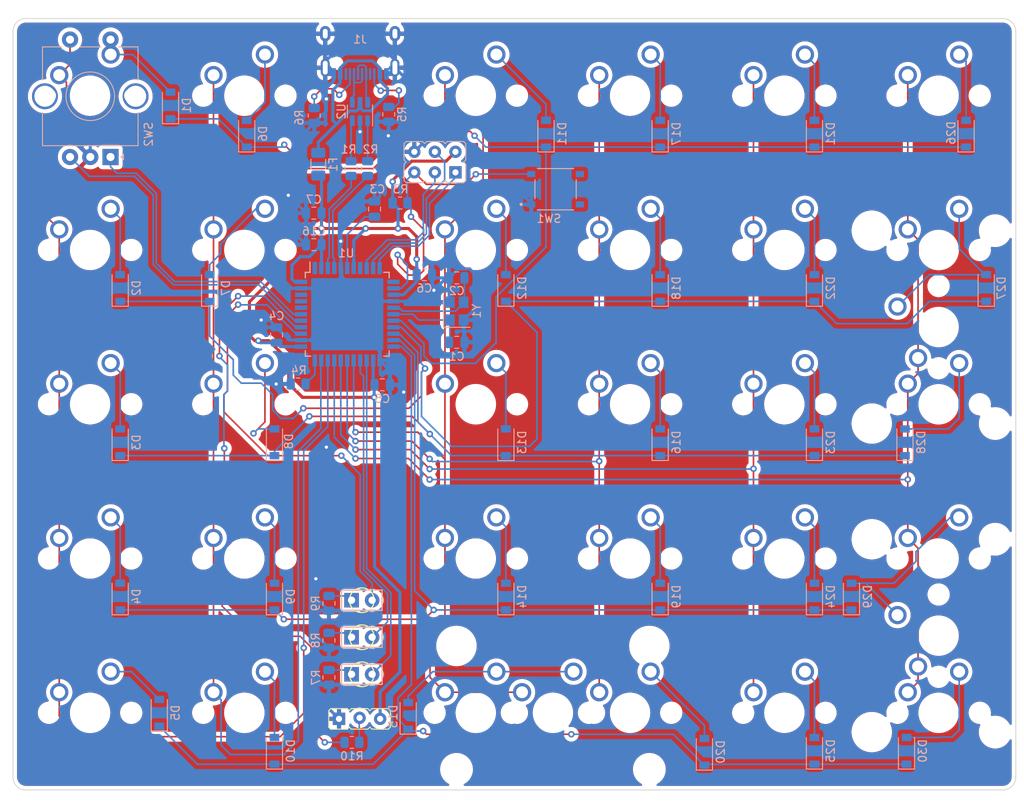
<source format=kicad_pcb>
(kicad_pcb (version 20210424) (generator pcbnew)
  (layers (0 "F.Cu" signal) (31 "B.Cu" signal) (34 "B.Paste" user) (35 "F.Paste" user) (36 "B.SilkS" user "B.Silkscreen") (37 "F.SilkS" user "F.Silkscreen") (38 "B.Mask" user) (39 "F.Mask" user) (44 "Edge.Cuts" user))
  (net 0 "")
  (net 1 "GND")
  (net 2 "Net-(C1-Pad2)")
  (net 3 "Net-(C2-Pad1)")
  (net 4 "Net-(C3-Pad1)")
  (net 5 "+5V")
  (net 6 "Row0")
  (net 7 "Row1")
  (net 8 "Net-(D2-Pad2)")
  (net 9 "Row2")
  (net 10 "Net-(D3-Pad2)")
  (net 11 "Row3")
  (net 12 "Net-(D4-Pad2)")
  (net 13 "Row4")
  (net 14 "Net-(D5-Pad2)")
  (net 15 "Net-(D6-Pad2)")
  (net 16 "Net-(D7-Pad2)")
  (net 17 "Net-(D8-Pad2)")
  (net 18 "Net-(D9-Pad2)")
  (net 19 "Net-(D10-Pad2)")
  (net 20 "Net-(D11-Pad2)")
  (net 21 "Net-(D12-Pad2)")
  (net 22 "Net-(D13-Pad2)")
  (net 23 "Net-(D14-Pad2)")
  (net 24 "Net-(D15-Pad2)")
  (net 25 "Net-(D16-Pad2)")
  (net 26 "Net-(D17-Pad2)")
  (net 27 "Net-(D18-Pad2)")
  (net 28 "Net-(D19-Pad2)")
  (net 29 "Net-(D20-Pad2)")
  (net 30 "Net-(D21-Pad2)")
  (net 31 "Net-(D22-Pad2)")
  (net 32 "Net-(D23-Pad2)")
  (net 33 "Net-(D24-Pad2)")
  (net 34 "Net-(D25-Pad2)")
  (net 35 "MX27_B")
  (net 36 "Net-(D27-Pad2)")
  (net 37 "Net-(D28-Pad2)")
  (net 38 "Net-(D29-Pad2)")
  (net 39 "Net-(D30-Pad2)")
  (net 40 "Net-(D31-Pad1)")
  (net 41 "SCROLL_LOCK")
  (net 42 "Net-(D32-Pad1)")
  (net 43 "CAPS_LOCK")
  (net 44 "Net-(D33-Pad1)")
  (net 45 "NUM_LOCK")
  (net 46 "Net-(R10-Pad1)")
  (net 47 "Col0")
  (net 48 "Col1")
  (net 49 "Col2")
  (net 50 "Col3")
  (net 51 "Col4")
  (net 52 "Col5")
  (net 53 "D-")
  (net 54 "/PostRD-")
  (net 55 "/PostRD+")
  (net 56 "D+")
  (net 57 "RESET")
  (net 58 "Net-(R4-Pad1)")
  (net 59 "RGB_PIN")
  (net 60 "ROTARY_A")
  (net 61 "ROTARY_B")
  (net 64 "Net-(D26-Pad2)")
  (net 69 "DBUS+")
  (net 70 "DBUS-")
  (net 71 "PB1")
  (net 72 "PB3")
  (net 73 "PB2")
  (net 74 "VBUS")
  (net 75 "Net-(J1-PadA5)")
  (net 77 "Net-(J1-PadB5)")
  (footprint "ai03 MX Only Footprints:MXOnly-1U-NoLED" (layer "F.Cu") (at 33.125 61.4)
    (fp_text reference "MX1")
    (fp_text value "MX-NoLED")
  )
  (footprint "ai03 MX Only Footprints:MXOnly-1U-NoLED" (layer "F.Cu") (at 52.175 61.4)
    (fp_text reference "MX6")
    (fp_text value "MX-NoLED")
  )
  (footprint "ai03 MX Only Footprints:MXOnly-1U-NoLED" (layer "F.Cu") (at 137.9 118.55)
    (fp_text reference "MX30")
    (fp_text value "MX-NoLED")
  )
  (footprint "ai03 MX Only Footprints:MXOnly-1U-NoLED" (layer "F.Cu") (at 137.9 99.5)
    (fp_text reference "MX29")
    (fp_text value "MX-NoLED")
  )
  (footprint "ai03 MX Only Footprints:MXOnly-1U-NoLED" (layer "F.Cu") (at 118.85 137.6)
    (fp_text reference "MX26")
    (fp_text value "MX-NoLED")
  )
  (footprint "ai03 MX Only Footprints:MXOnly-1U-NoLED" (layer "F.Cu") (at 137.9 80.45)
    (fp_text reference "MX28")
    (fp_text value "MX-NoLED")
  )
  (footprint "ai03 MX Only Footprints:MXOnly-1U-NoLED" (layer "F.Cu") (at 52.175 80.45)
    (fp_text reference "MX7")
    (fp_text value "MX-NoLED")
  )
  (footprint "ai03 MX Only Footprints:MXOnly-2U-ReversedStabilizers-NoLED" (layer "F.Cu") (at 137.9 128.075 90)
    (fp_text reference "MX33")
    (fp_text value "MX-NoLED")
  )
  (footprint "ai03 MX Only Footprints:MXOnly-1U-NoLED" (layer "F.Cu") (at 99.8 61.4)
    (fp_text reference "MX17")
    (fp_text value "MX-NoLED")
  )
  (footprint "ai03 MX Only Footprints:MXOnly-1U-NoLED" (layer "F.Cu") (at 137.9 61.4)
    (fp_text reference "MX27")
    (fp_text value "MX-NoLED")
  )
  (footprint "ai03 MX Only Footprints:MXOnly-1U-NoLED" (layer "F.Cu") (at 99.8 99.5)
    (fp_text reference "MX19")
    (fp_text value "MX-NoLED")
  )
  (footprint "ai03 MX Only Footprints:MXOnly-1U-NoLED" (layer "F.Cu") (at 52.175 118.55)
    (fp_text reference "MX9")
    (fp_text value "MX-NoLED")
  )
  (footprint "ai03 Random Parts:LED_D3.0mm-Pretty" (layer "F.Cu") (at 66.68 132.844)
    (fp_text reference "D31")
    (fp_text value "LED_Small")
  )
  (footprint "ai03 MX Only Footprints:MXOnly-1U-NoLED" (layer "F.Cu") (at 80.75 137.6)
    (fp_text reference "MX15")
    (fp_text value "MX-NoLED")
  )
  (footprint "ai03 MX Only Footprints:MXOnly-1U-NoLED" (layer "F.Cu") (at 52.175 99.5)
    (fp_text reference "MX8")
    (fp_text value "MX-NoLED")
  )
  (footprint "ai03 Random Parts:LED_D3.0mm-Pretty" (layer "F.Cu") (at 66.68 123.7)
    (fp_text reference "D33")
    (fp_text value "LED_Small")
  )
  (footprint "ai03 MX Only Footprints:MXOnly-1U-NoLED" (layer "F.Cu") (at 118.85 61.4)
    (fp_text reference "MX22")
    (fp_text value "MX-NoLED")
  )
  (footprint "ai03 MX Only Footprints:MXOnly-1U-NoLED" (layer "F.Cu") (at 118.85 80.45)
    (fp_text reference "MX23")
    (fp_text value "MX-NoLED")
  )
  (footprint "ai03 MX Only Footprints:MXOnly-1U-NoLED" (layer "F.Cu") (at 80.75 99.5)
    (fp_text reference "MX13")
    (fp_text value "MX-NoLED")
  )
  (footprint "ai03 MX Only Footprints:MXOnly-1U-NoLED" (layer "F.Cu") (at 80.75 80.45)
    (fp_text reference "MX12")
    (fp_text value "MX-NoLED")
  )
  (footprint "ai03 MX Only Footprints:MXOnly-1U-NoLED" (layer "F.Cu") (at 33.125 99.5)
    (fp_text reference "MX3")
    (fp_text value "MX-NoLED")
  )
  (footprint "ai03 MX Only Footprints:MXOnly-1U-NoLED" (layer "F.Cu") (at 118.85 99.5)
    (fp_text reference "MX24")
    (fp_text value "MX-NoLED")
  )
  (footprint "ai03 MX Only Footprints:MXOnly-1U-NoLED" (layer "F.Cu") (at 99.8 80.45)
    (fp_text reference "MX18")
    (fp_text value "MX-NoLED")
  )
  (footprint "ai03 Random Parts:LED_D3.0mm-Pretty" (layer "F.Cu") (at 66.68 128.272)
    (fp_text reference "D32")
    (fp_text value "LED_Small")
  )
  (footprint "ai03 MX Only Footprints:MXOnly-1U-NoLED" (layer "F.Cu") (at 33.125 80.45)
    (fp_text reference "MX2")
    (fp_text value "MX-NoLED")
  )
  (footprint "Acheron Connectors:PinHeader_1x3_staggered_P2.54mm_Vertical" (layer "F.Cu") (at 66.4 138.35 90)
    (fp_text reference "J2" hide)
    (fp_text value "Conn_01x03_Female" hide)
  )
  (footprint "ai03 MX Only Footprints:MXOnly-1U-NoLED" (layer "F.Cu") (at 33.125 137.6)
    (fp_text reference "MX5")
    (fp_text value "MX-NoLED")
  )
  (footprint "ai03 MX Only Footprints:MXOnly-2U-ReversedStabilizers-NoLED" (layer "F.Cu") (at 90.275 137.6)
    (fp_text reference "MX16")
    (fp_text value "MX-NoLED")
  )
  (footprint "ai03 MX Only Footprints:MXOnly-1U-NoLED" (layer "F.Cu") (at 33.125 118.55)
    (fp_text reference "MX4")
    (fp_text value "MX-NoLED")
  )
  (footprint "ai03 MX Only Footprints:MXOnly-1U-NoLED" (layer "F.Cu") (at 80.75 118.55)
    (fp_text reference "MX14")
    (fp_text value "MX-NoLED")
  )
  (footprint "ai03 MX Only Footprints:MXOnly-1U-NoLED" (layer "F.Cu") (at 99.8 137.6)
    (fp_text reference "MX21")
    (fp_text value "MX-NoLED")
  )
  (footprint "ai03 MX Only Footprints:MXOnly-1U-NoLED" (layer "F.Cu") (at 80.75 61.4)
    (fp_text reference "MX11")
    (fp_text value "MX-NoLED")
  )
  (footprint "ai03 MX Only Footprints:MXOnly-1U-NoLED" (layer "F.Cu") (at 52.175 137.6)
    (fp_text reference "MX10")
    (fp_text value "MX-NoLED")
  )
  (footprint "ai03 MX Only Footprints:MXOnly-1U-NoLED" (layer "F.Cu") (at 137.9 137.6)
    (fp_text reference "MX31")
    (fp_text value "MX-NoLED")
  )
  (footprint "ai03 MX Only Footprints:MXOnly-2U-ReversedStabilizers-NoLED" (layer "F.Cu") (at 137.9 89.975 90)
    (fp_text reference "MX32")
    (fp_text value "MX-NoLED")
  )
  (footprint "ai03 MX Only Footprints:MXOnly-1U-NoLED" (layer "F.Cu") (at 99.8 118.55)
    (fp_text reference "MX20")
    (fp_text value "MX-NoLED")
  )
  (footprint "ai03 MX Only Footprints:MXOnly-1U-NoLED" (layer "F.Cu") (at 118.85 118.55)
    (fp_text reference "MX25")
    (fp_text value "MX-NoLED")
  )
  (footprint "Diode_SMD:D_SOD-123" (layer "B.Cu") (at 36.83975 85.149 90)
    (fp_text reference "D2")
    (fp_text value "D_Small")
  )
  (footprint "Resistor_SMD:R_0805_2012Metric" (layer "B.Cu") (at 60.8 63.85 90)
    (fp_text reference "R6")
    (fp_text value "5.1K")
  )
  (footprint "Capacitor_SMD:C_0805_2012Metric" (layer "B.Cu") (at 74.4 83.5)
    (fp_text reference "C6")
    (fp_text value "0.1uF")
  )
  (footprint "Capacitor_SMD:C_0805_2012Metric" (layer "B.Cu") (at 68.25 75.4 90)
    (fp_text reference "C3")
    (fp_text value "1uF")
  )
  (footprint "Resistor_SMD:R_0805_2012Metric" (layer "B.Cu") (at 62.616 128.653 -90)
    (fp_text reference "R8")
    (fp_text value "5K")
  )
  (footprint "Diode_SMD:D_SOD-123" (layer "B.Cu") (at 72.39975 137.981 90)
    (fp_text reference "D15")
    (fp_text value "D_Small")
  )
  (footprint "Resistor_SMD:R_0805_2012Metric" (layer "B.Cu") (at 62.616 133.225 90)
    (fp_text reference "R7")
    (fp_text value "5K")
  )
  (footprint "Resistor_SMD:R_0805_2012Metric" (layer "B.Cu") (at 71.4 74.65)
    (fp_text reference "R3")
    (fp_text value "10K")
  )
  (footprint "Diode_SMD:D_SOD-123" (layer "B.Cu") (at 36.83975 104.199 90)
    (fp_text reference "D3")
    (fp_text value "D_Small")
  )
  (footprint "Diode_SMD:D_SOD-123" (layer "B.Cu") (at 103.51475 66.099 90)
    (fp_text reference "D17")
    (fp_text value "D_Small")
  )
  (footprint "Resistor_SMD:R_0805_2012Metric" (layer "B.Cu") (at 65.35 70.4 -90)
    (fp_text reference "R1")
    (fp_text value "22")
  )
  (footprint "Package_TO_SOT_SMD:SOT-23-6" (layer "B.Cu") (at 66.45 63.35 90)
    (fp_text reference "U2")
    (fp_text value "USBLC6-2SC6")
  )
  (footprint "Package_QFP:TQFP-44_10x10mm_P0.8mm" (layer "B.Cu") (at 64.875 88.3875 -90)
    (fp_text reference "U1")
    (fp_text value "ATmega32U4-A")
  )
  (footprint "Diode_SMD:D_SOD-123" (layer "B.Cu") (at 41.66575 137.6 90)
    (fp_text reference "D5")
    (fp_text value "D_Small")
  )
  (footprint "Diode_SMD:D_SOD-123" (layer "B.Cu") (at 122.56475 85.149 90)
    (fp_text reference "D22")
    (fp_text value "D_Small")
  )
  (footprint "Fuse:Fuse_1206_3216Metric" (layer "B.Cu") (at 61.3 69.85 -90)
    (fp_text reference "F1")
    (fp_text value "Polyfuse_Small")
  )
  (footprint "Resistor_SMD:R_0805_2012Metric" (layer "B.Cu") (at 70 63.7 90)
    (fp_text reference "R5")
    (fp_text value "5.1K")
  )
  (footprint "Diode_SMD:D_SOD-123" (layer "B.Cu") (at 52.46075 66.099 90)
    (fp_text reference "D6")
    (fp_text value "D_Small")
  )
  (footprint "Diode_SMD:D_SOD-123" (layer "B.Cu") (at 84.46475 85.149 90)
    (fp_text reference "D12")
    (fp_text value "D_Small")
  )
  (footprint "Diode_SMD:D_SOD-123" (layer "B.Cu") (at 133.74075 104.199 90)
    (fp_text reference "D28")
    (fp_text value "D_Small")
  )
  (footprint "Diode_SMD:D_SOD-123" (layer "B.Cu") (at 36.83975 123.249 90)
    (fp_text reference "D4")
    (fp_text value "D_Small")
  )
  (footprint "Capacitor_SMD:C_0805_2012Metric" (layer "B.Cu") (at 56.15 90.95 90)
    (fp_text reference "C4")
    (fp_text value "0.1uF")
  )
  (footprint "Diode_SMD:D_SOD-123" (layer "B.Cu") (at 133.93125 142.299 90)
    (fp_text reference "D30")
    (fp_text value "D_Small")
  )
  (footprint "Diode_SMD:D_SOD-123" (layer "B.Cu") (at 108.97575 142.426 90)
    (fp_text reference "D20")
    (fp_text value "D_Small")
  )
  (footprint "Diode_SMD:D_SOD-123" (layer "B.Cu") (at 55.88975 104.199 90)
    (fp_text reference "D8")
    (fp_text value "D_Small")
  )
  (footprint "Diode_SMD:D_SOD-123" (layer "B.Cu") (at 103.51475 85.149 90)
    (fp_text reference "D18")
    (fp_text value "D_Small")
  )
  (footprint "Diode_SMD:D_SOD-123" (layer "B.Cu") (at 89.41775 66.099 90)
    (fp_text reference "D11")
    (fp_text value "D_Small")
  )
  (footprint "Diode_SMD:D_SOD-123" (layer "B.Cu") (at 84.46475 104.199 90)
    (fp_text reference "D13")
    (fp_text value "D_Small")
  )
  (footprint "Diode_SMD:D_SOD-123" (layer "B.Cu") (at 143.77375 85.149 90)
    (fp_text reference "D27")
    (fp_text value "D_Small")
  )
  (footprint "Resistor_SMD:R_0805_2012Metric" (layer "B.Cu") (at 58.81075 97 180)
    (fp_text reference "R4")
    (fp_text value "10K")
  )
  (footprint "Diode_SMD:D_SOD-123" (layer "B.Cu") (at 127.13675 123.249 90)
    (fp_text reference "D29")
    (fp_text value "D_Small")
  )
  (footprint "Diode_SMD:D_SOD-123" (layer "B.Cu") (at 103.51475 104.199 90)
    (fp_text reference "D16")
    (fp_text value "D_Small")
  )
  (footprint "Diode_SMD:D_SOD-123" (layer "B.Cu") (at 141.2875 66.099 90)
    (fp_text reference "D26")
    (fp_text value "D_Small")
  )
  (footprint "Rotary_Encoder:RotaryEncoder_Alps_EC11E-Switch_Vertical_H20mm_CircularMountingHoles" (layer "B.Cu") (at 35.647 68.972 90)
    (fp_text reference "SW2")
    (fp_text value "Rotary_Encoder_Switch_Chassis")
  )
  (footprint "Crystal:Crystal_SMD_3225-4Pin_3.2x2.5mm" (layer "B.Cu") (at 78.4 88 90)
    (fp_text reference "Y1")
    (fp_text value "16MHz")
  )
  (footprint "Resistor_SMD:R_0805_2012Metric" (layer "B.Cu") (at 62.616 124.081 -90)
    (fp_text reference "R9")
    (fp_text value "5K")
  )
  (footprint "Diode_SMD:D_SOD-123" (layer "B.Cu") (at 43.053 62.611 90)
    (fp_text reference "D1")
    (fp_text value "D_Small")
  )
  (footprint "Diode_SMD:D_SOD-123" (layer "B.Cu") (at 122.56475 104.199 90)
    (fp_text reference "D23")
    (fp_text value "D_Small")
  )
  (footprint "Capacitor_SMD:C_0805_2012Metric" (layer "B.Cu") (at 60.75 75.9 180)
    (fp_text reference "C7")
    (fp_text value "10uF")
  )
  (footprint "Diode_SMD:D_SOD-123" (layer "B.Cu") (at 55.88975 142.299 90)
    (fp_text reference "D10")
    (fp_text value "D_Small")
  )
  (footprint "Diode_SMD:D_SOD-123" (layer "B.Cu") (at 47.88875 85.149 90)
    (fp_text reference "D7")
    (fp_text value "D_Small")
  )
  (footprint "Diode_SMD:D_SOD-123" (layer "B.Cu") (at 55.88975 123.249 90)
    (fp_text reference "D9")
    (fp_text value "D_Small")
  )
  (footprint "Diode_SMD:D_SOD-123" (layer "B.Cu") (at 84.46475 123.249 90)
    (fp_text reference "D14")
    (fp_text value "D_Small")
  )
  (footprint "JayWhyOkay Footprints:SW_TS-1187A-B-A-B" (layer "B.Cu") (at 90.6 72.95)
    (fp_text reference "SW1")
    (fp_text value "SW_Push")
  )
  (footprint "Acheron Connectors:TYPE-C-31-M-12" (layer "B.Cu") (at 66.46 59.4425)
    (fp_text reference "J1")
    (fp_text value "TYPE-C-31-M12_13")
  )
  (footprint "Capacitor_SMD:C_0805_2012Metric" (layer "B.Cu") (at 78.4 83.9 180)
    (fp_text reference "C2")
    (fp_text value "22pF")
  )
  (footprint "Diode_SMD:D_SOD-123" (layer "B.Cu") (at 122.56475 123.249 90)
    (fp_text reference "D24")
    (fp_text value "D_Small")
  )
  (footprint "Resistor_SMD:R_0805_2012Metric" (layer "B.Cu") (at 65.45 141.25 180)
    (fp_text reference "R10")
    (fp_text value "470")
  )
  (footprint "Acheron Connectors:PinHeader_2x3_P2.54mm_Vertical" (layer "B.Cu") (at 75.7 69.6 90)
    (fp_text reference "P1" hide)
    (fp_text value "TC2030-AVR" hide)
  )
  (footprint "Diode_SMD:D_SOD-123" (layer "B.Cu") (at 122.56475 66.099 90)
    (fp_text reference "D21")
    (fp_text value "D_Small")
  )
  (footprint "Diode_SMD:D_SOD-123" (layer "B.Cu") (at 122.56475 142.299 90)
    (fp_text reference "D25")
    (fp_text value "D_Small")
  )
  (footprint "Capacitor_SMD:C_0805_2012Metric" (layer "B.Cu") (at 60.75 79.8 180)
    (fp_text reference "C16")
    (fp_text value "0.1uF")
  )
  (footprint "Capacitor_SMD:C_0805_2012Metric" (layer "B.Cu") (at 69.2 97.1)
    (fp_text reference "C5")
    (fp_text value "0.1uF")
  )
  (footprint "Resistor_SMD:R_0805_2012Metric" (layer "B.Cu") (at 67.38675 70.4 90)
    (fp_text reference "R2")
    (fp_text value "22")
  )
  (footprint "Diode_SMD:D_SOD-123" (layer "B.Cu") (at 103.51475 123.249 90)
    (fp_text reference "D19")
    (fp_text value "D_Small")
  )
  (footprint "Capacitor_SMD:C_0805_2012Metric" (layer "B.Cu") (at 78.4 91.85 180)
    (fp_text reference "C1")
    (fp_text value "22pF")
  )
  (gr_line (start 147.425 53.4625) (end 147.425 145.5375) (layer "Edge.Cuts") (width 0.1))
  (gr_line (start 23.6 145.5375) (end 23.6 53.4625) (layer "Edge.Cuts") (width 0.1))
  (gr_arc (start 145.8375 53.4625) (end 147.425 53.4625) (angle -90) (layer "Edge.Cuts") (width 0.1))
  (gr_arc (start 25.1875 53.4625) (end 25.1875 51.875) (angle -90) (layer "Edge.Cuts") (width 0.1))
  (gr_line (start 25.1875 51.875) (end 145.8375 51.875) (layer "Edge.Cuts") (width 0.1))
  (gr_arc (start 25.1875 145.5375) (end 23.6 145.5375) (angle -90) (layer "Edge.Cuts") (width 0.1))
  (gr_arc (start 145.8375 145.5375) (end 145.8375 147.125) (angle -90) (layer "Edge.Cuts") (width 0.1))
  (gr_line (start 145.8375 147.125) (end 25.1875 147.125) (layer "Edge.Cuts") (width 0.1))
  (segment (start 58.9 104.8) (end 55.7 101.6) (width 0.381) (layer "F.Cu") (net 1))
  (segment (start 64 65.85) (end 66.45 65.85) (width 0.381) (layer "F.Cu") (net 1))
  (segment (start 62.3 104.8) (end 60.978043 104.8) (width 0.381) (layer "F.Cu") (net 1))
  (segment (start 62.3 104.8) (end 58.9 104.8) (width 0.381) (layer "F.Cu") (net 1))
  (segment (start 55.7 101.6) (end 55.7 97.4) (width 0.381) (layer "F.Cu") (net 1))
  (segment (start 70.76 53.7425) (end 62.16 53.7425) (width 0.381) (layer "F.Cu") (net 1))
  (segment (start 55.7 97.4) (end 56.1 97) (width 0.381) (layer "F.Cu") (net 1))
  (segment (start 70.76 57.9425) (end 70.76 53.7425) (width 0.381) (layer "F.Cu") (net 1))
  (segment (start 62.3 61.8) (end 62.3 64.15) (width 0.381) (layer "F.Cu") (net 1))
  (segment (start 69.45 65.85) (end 69.95 66.35) (width 0.381) (layer "F.Cu") (net 1))
  (segment (start 62.16 53.7425) (end 62.16 57.9425) (width 0.381) (layer "F.Cu") (net 1))
  (segment (start 66.45 65.85) (end 69.45 65.85) (width 0.381) (layer "F.Cu") (net 1))
  (segment (start 62.3 64.15) (end 64 65.85) (width 0.381) (layer "F.Cu") (net 1))
  (via (at 56.1 97) (size 0.8) (drill 0.4) (layers "F.Cu" "B.Cu") (net 1))
  (via (at 66.45 65.85) (size 0.8) (drill 0.4) (layers "F.Cu" "B.Cu") (net 1))
  (via (at 62.3 104.8) (size 0.8) (drill 0.4) (layers "F.Cu" "B.Cu") (net 1))
  (via (at 62.3 61.8) (size 0.8) (drill 0.4) (layers "F.Cu" "B.Cu") (net 1))
  (via (at 71.85 98) (size 0.8) (drill 0.4) (layers "F.Cu" "B.Cu") (net 1))
  (via (at 54.25 89.1) (size 0.8) (drill 0.4) (layers "F.Cu" "B.Cu") (net 1))
  (via (at 61 121.05) (size 0.8) (drill 0.4) (layers "F.Cu" "B.Cu") (net 1))
  (via (at 64.075 79.375) (size 0.8) (drill 0.4) (layers "F.Cu" "B.Cu") (net 1))
  (via (at 75.578504 85.428504) (size 0.8) (drill 0.4) (layers "F.Cu" "B.Cu") (net 1))
  (via (at 57.6 73.7) (size 0.8) (drill 0.4) (layers "F.Cu" "B.Cu") (net 1))
  (via (at 69.95 66.35) (size 0.8) (drill 0.4) (layers "F.Cu" "B.Cu") (net 1))
  (segment (start 87.6 74.7) (end 86.15 73.25) (width 0.381) (layer "B.Cu") (net 1))
  (segment (start 62.3 61.8) (end 62.3 60.45) (width 0.381) (layer "B.Cu") (net 1))
  (segment (start 62.16 57.19) (end 63.7 55.65) (width 0.381) (layer "B.Cu") (net 1))
  (segment (start 77.55 87.20202) (end 77.55 86.9) (width 0.381) (layer "B.Cu") (net 1))
  (segment (start 66.45 65.85) (end 66.45 64.4875) (width 0.381) (layer "B.Cu") (net 1))
  (segment (start 79.909989 72.729206) (end 79.909989 67.559989) (width 0.381) (layer "B.Cu") (net 1))
  (segment (start 62.435 57.9425) (end 63.21 58.7175) (width 0.381) (layer "B.Cu") (net 1))
  (segment (start 55.25 89.1) (end 54.85 89.1) (width 0.381) (layer "B.Cu") (net 1))
  (segment (start 64.209989 82.822489) (end 64.075 82.6875) (width 0.381) (layer "B.Cu") (net 1))
  (segment (start 55.3 82.4435) (end 55.3 79.65) (width 0.381) (layer "B.Cu") (net 1))
  (segment (start 62.706 89.1875) (end 62.706 85.1875) (width 0.381) (layer "B.Cu") (net 1))
  (segment (start 75.453504 85.553504) (end 75.578504 85.428504) (width 0.381) (layer "B.Cu") (net 1))
  (segment (start 70.15 97.1) (end 70.15 95.3625) (width 0.381) (layer "B.Cu") (net 1))
  (segment (start 57.7375 91.5875) (end 56.15 90) (width 0.381) (layer "B.Cu") (net 1))
  (segment (start 62.616 137.106) (end 63.86 138.35) (width 0.381) (layer "B.Cu") (net 1))
  (segment (start 55.25 89.1) (end 54.25 89.1) (width 0.381) (layer "B.Cu") (net 1))
  (segment (start 62.5655 129.5655) (end 61 128) (width 0.381) (layer "B.Cu") (net 1))
  (segment (start 64.075 79.375) (end 64.075 77.525) (width 0.381) (layer "B.Cu") (net 1))
  (segment (start 68.9 71.9) (end 68.9 69.95) (width 0.381) (layer "B.Cu") (net 1))
  (segment (start 86.15 73.25) (end 80.430783 73.25) (width 0.381) (layer "B.Cu") (net 1))
  (segment (start 33.147 67.557787) (end 33.147 68.972) (width 0.381) (layer "B.Cu") (net 1))
  (segment (start 71.93 68.33) (end 69.95 66.35) (width 0.381) (layer "B.Cu") (net 1))
  (segment (start 64.209989 83.749509) (end 64.209989 82.822489) (width 0.381) (layer "B.Cu") (net 1))
  (segment (start 74.219508 86.7875) (end 75.453504 85.553504) (width 0.381) (layer "B.Cu") (net 1))
  (segment (start 70.575 86.7875) (end 67.24798 86.7875) (width 0.381) (layer "B.Cu") (net 1))
  (segment (start 56.15 90) (end 55.25 89.1) (width 0.381) (layer "B.Cu") (net 1))
  (segment (start 61 123.4) (end 61 121.05) (width 0.381) (layer "B.Cu") (net 1))
  (segment (start 73.1 60.2825) (end 70.76 57.9425) (width 0.381) (layer "B.Cu") (net 1))
  (segment (start 59.175 85.1875) (end 58.044 85.1875) (width 0.381) (layer "B.Cu") (net 1))
  (segment (start 73.1 63.4) (end 73.1 60.2825) (width 0.381) (layer "B.Cu") (net 1))
  (segment (start 77.55 86.9) (end 77.55 84) (width 0.381) (layer "B.Cu") (net 1))
  (segment (start 61 128) (end 61 123.4) (width 0.381) (layer "B.Cu") (net 1))
  (segment (start 77.45 83.9) (end 78.56502 82.78498) (width 0.381) (layer "B.Cu") (net 1))
  (segment (start 71.8875 64.6125) (end 73.1 63.4) (width 0.381) (layer "B.Cu") (net 1))
  (segment (start 62.616 134.1375) (end 62.616 137.106) (width 0.381) (layer "B.Cu") (net 1))
  (segment (start 69.95 64.6625) (end 70 64.6125) (width 0.381) (layer "B.Cu") (net 1))
  (segment (start 79.25 89.1) (end 79.25 88.90202) (width 0.381) (layer "B.Cu") (net 1))
  (segment (start 56.6 78.35) (end 58.35 78.35) (width 0.381) (layer "B.Cu") (net 1))
  (segment (start 73.16 68.33) (end 71.93 68.33) (width 0.381) (layer "B.Cu") (net 1))
  (segment (start 62.616 124.9935) (end 62.5935 124.9935) (width 0.381) (layer "B.Cu") (net 1))
  (segment (start 59.175 91.5875) (end 57.7375 91.5875) (width 0.381) (layer "B.Cu") (net 1))
  (segment (start 67.15 74.45) (end 68.25 74.45) (width 0.381) (layer "B.Cu") (net 1))
  (segment (start 70.575 86.7875) (end 74.219508 86.7875) (width 0.381) (layer "B.Cu") (net 1))
  (segment (start 81.1 87.25) (end 79.25 89.1) (width 0.381) (layer "B.Cu") (net 1))
  (segment (start 57.6 73.7) (end 57.6 69.3) (width 0.381) (layer "B.Cu") (net 1))
  (segment (start 59.175 85.1875) (end 62.706 85.1875) (width 0.381) (layer "B.Cu") (net 1))
  (segment (start 61 133.2215) (end 61 128) (width 0.381) (layer "B.Cu") (net 1))
  (segment (start 51.875 94.775) (end 53.373609 96.273609) (width 0.381) (layer "B.Cu") (net 1))
  (segment (start 70.15 97.1) (end 70.95 97.1) (width 0.381) (layer "B.Cu") (net 1))
  (segment (start 77.107008 83.9) (end 77.45 83.9) (width 0.381) (layer "B.Cu") (net 1))
  (segment (start 74.94 66.55) (end 73.16 68.33) (width 0.381) (layer "B.Cu") (net 1))
  (segment (start 70.76 57.01) (end 69.4 55.65) (width 0.381) (layer "B.Cu") (net 1))
  (segment (start 68.25 74.45) (end 68.9 73.8) (width 0.381) (layer "B.Cu") (net 1))
  (segment (start 63.7 55.65) (end 69.4 55.65) (width 0.381) (layer "B.Cu") (net 1))
  (segment (start 61 106.1) (end 62.3 104.8) (width 0.381) (layer "B.Cu") (net 1))
  (segment (start 75.578504 85.428504) (end 77.107008 83.9) (width 0.381) (layer "B.Cu") (net 1))
  (segment (start 64.075 83.8185) (end 64.075 82.6875) (width 0.381) (layer "B.Cu") (net 1))
  (segment (start 60.306 91.5875) (end 62.706 89.1875) (width 0.381) (layer "B.Cu") (net 1))
  (segment (start 79.25 89.1) (end 79.25 91.75) (width 0.381) (layer "B.Cu") (net 1))
  (segment (start 69.71 58.7175) (end 69.985 58.7175) (width 0.381) (layer "B.Cu") (net 1))
  (segment (start 78.56502 82.78498) (end 79.98498 82.78498) (width 0.381) (layer "B.Cu") (net 1))
  (segment (start 70 64.6125) (end 71.8875 64.6125) (width 0.381) (layer "B.Cu") (net 1))
  (segment (start 77.55 84) (end 77.45 83.9) (width 0.381) (layer "B.Cu") (net 1))
  (segment (start 65.106 89.1875) (end 62.706 89.1875) (width 0.381) (layer "B.Cu") (net 1))
  (segment (start 58.35 78.35) (end 59.8 79.8) (width 0.381) (layer "B.Cu") (net 1))
  (segment (start 79.25 91.75) (end 79.35 91.85) (width 0.381) (layer "B.Cu") (net 1))
  (segment (start 78.9 66.55) (end 74.94 66.55) (width 0.381) (layer "B.Cu") (net 1))
  (segment (start 64.075 79.037804) (end 64.075 79.675) (width 0.381) (layer "B.Cu") (net 1))
  (segment (start 68.875 94.0875) (end 68.875 92.9565) (width 0.381) (layer "B.Cu") (net 1))
  (segment (start 59.8 66.5) (end 59.8 65.7625) (width 0.381) (layer "B.Cu") (net 1))
  (segment (start 56.1 97) (end 57.89825 97) (width 0.381) (layer "B.Cu") (net 1))
  (segment (start 68.9 67.4) (end 69.95 66.35) (width 0.381) (layer "B.Cu") (net 1))
  (segment (start 69.95 66.35) (end 69.95 64.6625) (width 0.381) (layer "B.Cu") (net 1))
  (segment (start 59.8 79.8) (end 59.8 75.9) (width 0.381) (layer "B.Cu") (net 1))
  (segment (start 62.616 134.1375) (end 61.916 134.1375) (width 0.381) (layer "B.Cu") (net 1))
  (segment (start 80.430783 73.25) (end 79.909989 72.729206) (width 0.381) (layer "B.Cu") (net 1))
  (segment (start 68.9 73.8) (end 68.9 71.9) (width 0.381) (layer "B.Cu") (net 1))
  (segment (start 53.373609 96.273609) (end 54.326391 96.273609) (width 0.381) (layer "B.Cu") (net 1))
  (segment (start 58.044 85.1875) (end 55.3 82.4435) (width 0.381) (layer "B.Cu") (net 1))
  (segment (start 60.8 64.7625) (end 62.3 63.2625) (width 0.381) (layer "B.Cu") (net 1))
  (segment (start 54.25 89.1) (end 54 89.1) (width 0.381) (layer "B.Cu") (net 1))
  (segment (start 35.204787 65.5) (end 33.147 67.557787) (width 0.381) (layer "B.Cu") (net 1))
  (segment (start 81.1 83.9) (end 81.1 87.25) (width 0.381) (layer "B.Cu") (net 1))
  (segment (start 62.5935 124.9935) (end 61 123.4) (width 0.381) (layer "B.Cu") (net 1))
  (segment (start 55.052783 97) (end 56.1 97) (width 0.381) (layer "B.Cu") (net 1))
  (segment (start 47.1 65.5) (end 35.204787 65.5) (width 0.381) (layer "B.Cu") (net 1))
  (segment (start 62.706 85.1875) (end 64.075 83.8185) (width 0.381) (layer "B.Cu") (net 1))
  (segment (start 62.3 63.2625) (end 62.3 61.8) (width 0.381) (layer "B.Cu") (net 1))
  (segment (start 50.9 69.3) (end 47.1 65.5) (width 0.381) (layer "B.Cu") (net 1))
  (segment (start 64.075 79.675) (end 64.075 79.375) (width 0.381) (layer "B.Cu") (net 1))
  (segment (start 70.15 95.3625) (end 68.875 94.0875) (width 0.381) (layer "B.Cu") (net 1))
  (segment (start 59.8 65.7625) (end 60.8 64.7625) (width 0.381) (layer "B.Cu") (net 1))
  (segment (start 54 89.1) (end 51.875 91.225) (width 0.381) (layer "B.Cu") (net 1))
  (segment (start 67.24798 86.7875) (end 64.209989 83.749509) (width 0.381) (layer "B.Cu") (net 1))
  (segment (start 59.8 67.1) (end 57.6 69.3) (width 0.381) (layer "B.Cu") (net 1))
  (segment (start 62.616 129.5655) (end 62.5655 129.5655) (width 0.381) (layer "B.Cu") (net 1))
  (segment (start 57.6 69.3) (end 50.9 69.3) (width 0.381) (layer "B.Cu") (net 1))
  (segment (start 62.16 57.9425) (end 62.435 57.9425) (width 0.381) (layer "B.Cu") (net 1))
  (segment (start 70.76 57.9425) (end 70.76 57.01) (width 0.381) (layer "B.Cu") (net 1))
  (segment (start 68.875 92.9565) (end 65.106 89.1875) (width 0.381) (layer "B.Cu") (net 1))
  (segment (start 64.075 79.675) (end 64.075 82.6875) (width 0.381) (layer "B.Cu") (net 1))
  (segment (start 62.3 60.45) (end 63.21 59.54) (width 0.381) (layer "B.Cu") (net 1))
  (segment (start 77.45 83.9) (end 75.75 83.9) (width 0.381) (layer "B.Cu") (net 1))
  (segment (start 51.875 91.225) (end 51.875 94.775) (width 0.381) (layer "B.Cu") (net 1))
  (segment (start 54.326391 96.273609) (end 55.052783 97) (width 0.381) (layer "B.Cu") (net 1))
  (segment (start 59.8 66.5) (end 59.8 67.1) (width 0.381) (layer "B.Cu") (net 1))
  (segment (start 68.9 69.95) (end 68.9 67.4) (width 0.381) (layer "B.Cu") (net 1))
  (segment (start 63.21 59.54) (end 63.21 58.7175) (width 0.381) (layer "B.Cu") (net 1))
  (segment (start 61 121.05) (end 61 106.1) (width 0.381) (layer "B.Cu") (net 1))
  (segment (start 87.6 74.825) (end 87.6 74.7) (width 0.381) (layer "B.Cu") (net 1))
  (segment (start 70.95 97.1) (end 71.85 98) (width 0.381) (layer "B.Cu") (net 1))
  (segment (start 69.985 58.7175) (end 70.76 57.9425) (width 0.381) (layer "B.Cu") (net 1))
  (segment (start 62.16 57.9425) (end 62.16 57.19) (width 0.381) (layer "B.Cu") (net 1))
  (segment (start 59.8 75.9) (end 57.6 73.7) (width 0.381) (layer "B.Cu") (net 1))
  (segment (start 79.909989 67.559989) (end 78.9 66.55) (width 0.381) (layer "B.Cu") (net 1))
  (segment (start 79.98498 82.78498) (end 81.1 83.9) (width 0.381) (layer "B.Cu") (net 1))
  (segment (start 75.75 83.9) (end 75.35 83.5) (width 0.381) (layer "B.Cu") (net 1))
  (segment (start 59.175 91.5875) (end 60.306 91.5875) (width 0.381) (layer "B.Cu") (net 1))
  (segment (start 64.075 77.525) (end 67.15 74.45) (width 0.381) (layer "B.Cu") (net 1))
  (segment (start 55.3 79.65) (end 56.6 78.35) (width 0.381) (layer "B.Cu") (net 1))
  (segment (start 61.916 134.1375) (end 61 133.2215) (width 0.381) (layer "B.Cu") (net 1))
  (segment (start 70.575 88.3875) (end 72.9875 88.3875) (width 0.2) (layer "B.Cu") (net 2))
  (segment (start 77.55 89.1) (end 77.55 91.4) (width 0.2) (layer "B.Cu") (net 2))
  (segment (start 77.55 91.4) (end 77.45 91.5) (width 0.2) (layer "B.Cu") (net 2))
  (segment (start 73.7 89.1) (end 77.55 89.1) (width 0.2) (layer "B.Cu") (net 2))
  (segment (start 72.9875 88.3875) (end 73.7 89.1) (width 0.2) (layer "B.Cu") (net 2))
  (segment (start 78.25 88) (end 79.25 87) (width 0.2) (layer "B.Cu") (net 3))
  (segment (start 71.71166 88) (end 78.25 88) (width 0.2) (layer "B.Cu") (net 3))
  (segment (start 70.575 87.5875) (end 71.29916 87.5875) (width 0.2) (layer "B.Cu") (net 3))
  (segment (start 79.35 83.9) (end 79.35 86.8) (width 0.2) (layer "B.Cu") (net 3))
  (segment (start 79.35 86.8) (end 79.25 86.9) (width 0.2) (layer "B.Cu") (net 3))
  (segment (start 71.29916 87.5875) (end 71.71166 88) (width 0.2) (layer "B.Cu") (net 3))
  (segment (start 79.25 87) (end 79.25 86.9) (width 0.2) (layer "B.Cu") (net 3))
  (segment (start 71.29916 87.5875) (end 71.50583 87.79417) (width 0.2) (layer "B.Cu") (net 3))
  (segment (start 64.875 78.525) (end 67.05 76.35) (width 0.2) (layer "B.Cu") (net 4))
  (segment (start 67.05 76.35) (end 68.25 76.35) (width 0.2) (layer "B.Cu") (net 4))
  (segment (start 64.875 82.6875) (end 64.875 79.875) (width 0.2) (layer "B.Cu") (net 4))
  (segment (start 64.875 82.6875) (end 64.875 78.525) (width 0.2) (layer "B.Cu") (net 4))
  (segment (start 52.8 86.85) (end 55.3 84.35) (width 0.381) (layer "F.Cu") (net 5))
  (segment (start 70.4875 71.837523) (end 72.843012 69.482011) (width 0.381) (layer "F.Cu") (net 5))
  (segment (start 68.2 98.65) (end 59.35 98.65) (width 0.381) (layer "F.Cu") (net 5))
  (segment (start 55.3 79.45) (end 56.95 77.8) (width 0.381) (layer "F.Cu") (net 5))
  (segment (start 59.35 98.65) (end 58.15 97.45) (width 0.381) (layer "F.Cu") (net 5))
  (segment (start 70.4875 72.0125) (end 70.4875 71.837523) (width 0.381) (layer "F.Cu") (net 5))
  (segment (start 72.843012 69.482011) (end 77.087989 69.482011) (width 0.381) (layer "F.Cu") (net 5))
  (segment (start 56.95 77.8) (end 61.7 77.8) (width 0.381) (layer "F.Cu") (net 5))
  (segment (start 55.3 84.35) (end 55.3 82.15) (width 0.381) (layer "F.Cu") (net 5))
  (segment (start 73.45 78.8) (end 72.45 77.8) (width 0.381) (layer "F.Cu") (net 5))
  (segment (start 77.087989 69.482011) (end 78.24 68.33) (width 0.381) (layer "F.Cu") (net 5))
  (segment (start 55.3 82.15) (end 55.3 79.45) (width 0.381) (layer "F.Cu") (net 5))
  (segment (start 55.3 79.45) (end 55.3 80.85) (width 0.2032) (layer "F.Cu") (net 5))
  (segment (start 71.15 77.8) (end 67.15 77.8) (width 0.381) (layer "F.Cu") (net 5))
  (segment (start 57.65 96.95) (end 57.65 94.1) (width 0.381) (layer "F.Cu") (net 5))
  (segment (start 72.45 77.8) (end 71.15 77.8) (width 0.381) (layer "F.Cu") (net 5))
  (segment (start 52.8 91) (end 52.8 86.85) (width 0.381) (layer "F.Cu") (net 5))
  (segment (start 73.45 81.6) (end 73.45 78.8) (width 0.381) (layer "F.Cu") (net 5))
  (segment (start 57.65 94.1) (end 55.2 91.65) (width 0.381) (layer "F.Cu") (net 5))
  (segment (start 53.9 91.65) (end 53.45 91.65) (width 0.381) (layer "F.Cu") (net 5))
  (segment (start 53.45 91.65) (end 52.8 91) (width 0.381) (layer "F.Cu") (net 5))
  (segment (start 55.3 80.85) (end 55.3 82.15) (width 0.381) (layer "F.Cu") (net 5))
  (segment (start 57.65 94.1) (end 57.25 93.7) (width 0.381) (layer "F.Cu") (net 5))
  (segment (start 59.35 98.65) (end 57.65 96.95) (width 0.381) (layer "F.Cu") (net 5))
  (segment (start 67.15 77.8) (end 61.7 77.8) (width 0.381) (layer "F.Cu") (net 5))
  (segment (start 55.2 91.65) (end 53.9 91.65) (width 0.381) (layer "F.Cu") (net 5))
  (via (at 61.7 77.8) (size 0.8) (drill 0.4) (layers "F.Cu" "B.Cu") (net 5))
  (via (at 68.2 98.65) (size 0.8) (drill 0.4) (layers "F.Cu" "B.Cu") (net 5))
  (via (at 71.15 77.8) (size 0.8) (drill 0.4) (layers "F.Cu" "B.Cu") (net 5))
  (via (at 73.45 81.6) (size 0.8) (drill 0.4) (layers "F.Cu" "B.Cu") (net 5))
  (via (at 70.4875 72.0125) (size 0.8) (drill 0.4) (layers "F.Cu" "B.Cu") (net 5))
  (via (at 53.9 91.65) (size 0.8) (drill 0.4) (layers "F.Cu" "B.Cu") (net 5))
  (via (at 67.15 77.8) (size 0.8) (drill 0.4) (layers "F.Cu" "B.Cu") (net 5))
  (segment (start 68.075 96.925) (end 68.075 94.0875) (width 0.381) (layer "B.Cu") (net 5))
  (segment (start 59.1625 84.4) (end 59.175 84.3875) (width 0.381) (layer "B.Cu") (net 5))
  (segment (start 68.25 119.6) (end 68.25 98.7) (width 0.381) (layer "B.Cu") (net 5))
  (segment (start 68.94 138.35) (end 68.94 135.11) (width 0.381) (layer "B.Cu") (net 5))
  (segment (start 73.45 83.5) (end 73.45 81.6) (width 0.381) (layer "B.Cu") (net 5))
  (segment (start 68.2 97.15) (end 68.25 97.1) (width 0.381) (layer "B.Cu") (net 5))
  (segment (start 71.15 77.8) (end 71.15 75.3125) (width 0.381) (layer "B.Cu") (net 5))
  (segment (start 68.25 97.1) (end 68.075 96.925) (width 0.381) (layer "B.Cu") (net 5))
  (segment (start 71.375 132.575) (end 71.375 122.725) (width 0.381) (layer "B.Cu") (net 5))
  (segment (start 65.675 82.6875) (end 65.675 79.275) (width 0.381) (layer "B.Cu") (net 5))
  (segment (start 56.15 91.9) (end 54.15 91.9) (width 0.381) (layer "B.Cu") (net 5))
  (segment (start 71.15 75.3125) (end 70.4875 74.65) (width 0.381) (layer "B.Cu") (net 5))
  (segment (start 59.075 81.275) (end 58.05 82.3) (width 0.381) (layer "B.Cu") (net 5))
  (segment (start 56.15 91.9) (end 56.6375 92.3875) (width 0.381) (layer "B.Cu") (net 5))
  (segment (start 61.7 82.6625) (end 61.675 82.6875) (width 0.381) (layer "B.Cu") (net 5))
  (segment (start 61.7 75.9) (end 61.7 71.65) (width 0.381) (layer "B.Cu") (net 5))
  (segment (start 65.675 79.275) (end 67.15 77.8) (width 0.381) (layer "B.Cu") (net 5))
  (segment (start 73.45 84.35) (end 73.45 83.5) (width 0.381) (layer "B.Cu") (net 5))
  (segment (start 71.8125 85.9875) (end 73.45 84.35) (width 0.381) (layer "B.Cu") (net 5))
  (segment (start 68.94 135.11) (end 68.94 135.01) (width 0.381) (layer "B.Cu") (net 5))
  (segment (start 54.15 91.9) (end 53.9 91.65) (width 0.381) (layer "B.Cu") (net 5))
  (segment (start 68.94 135.01) (end 71.375 132.575) (width 0.381) (layer "B.Cu") (net 5))
  (segment (start 61.7 79.8) (end 61.7 82.6625) (width 0.381) (layer "B.Cu") (net 5))
  (segment (start 60.225 81.275) (end 59.075 81.275) (width 0.381) (layer "B.Cu") (net 5))
  (segment (start 71.375 122.725) (end 68.25 119.6) (width 0.381) (layer "B.Cu") (net 5))
  (segment (start 70.4875 74.65) (end 70.4875 72.0125) (width 0.381) (layer "B.Cu") (net 5))
  (segment (start 60.225 81.275) (end 61.7 79.8) (width 0.381) (layer "B.Cu") (net 5))
  (segment (start 68.2 98.65) (end 68.2 97.15) (width 0.381) (layer "B.Cu") (net 5))
  (segment (start 68.25 98.7) (end 68.2 98.65) (width 0.381) (layer "B.Cu") (net 5))
  (segment (start 56.6375 92.3875) (end 59.175 92.3875) (width 0.381) (layer "B.Cu") (net 5))
  (segment (start 59.175 84.3875) (end 58.3875 84.3875) (width 0.381) (layer "B.Cu") (net 5))
  (segment (start 61.7 71.65) (end 61.3 71.25) (width 0.381) (layer "B.Cu") (net 5))
  (segment (start 71.8125 85.9875) (end 70.575 85.9875) (width 0.381) (layer "B.Cu") (net 5))
  (segment (start 61.7 79.8) (end 61.7 75.9) (width 0.381) (layer "B.Cu") (net 5))
  (segment (start 58.3875 84.3875) (end 58.05 84.05) (width 0.381) (layer "B.Cu") (net 5))
  (segment (start 58.05 84.05) (end 58.05 82.3) (width 0.381) (layer "B.Cu") (net 5))
  (segment (start 72.7 65.8) (end 68.1 70.4) (width 0.2) (layer "F.Cu") (net 6))
  (segment (start 60.05 70.4) (end 57.1 67.45) (width 0.2) (layer "F.Cu") (net 6))
  (segment (start 80.6 66.35) (end 80.05 65.8) (width 0.2) (layer "F.Cu") (net 6))
  (segment (start 68.1 70.4) (end 60.05 70.4) (width 0.2) (layer "F.Cu") (net 6))
  (segment (start 60.05 70.4) (end 58.699511 69.049511) (width 0.2) (layer "F.Cu") (net 6))
  (segment (start 80.05 65.8) (end 72.7 65.8) (width 0.2) (layer "F.Cu") (net 6))
  (via (at 57.1 67.45) (size 0.8) (drill 0.4) (layers "F.Cu" "B.Cu") (net 6))
  (via (at 80.6 66.35) (size 0.8) (drill 0.4) (layers "F.Cu" "B.Cu") (net 6))
  (segment (start 48.97275 64.261) (end 52.46075 67.749) (width 0.2) (layer "B.Cu") (net 6))
  (segment (start 81.999 67.749) (end 89.41775 67.749) (width 0.2) (layer "B.Cu") (net 6))
  (segment (start 71.525 89.1875) (end 70.575 89.1875) (width 0.2) (layer "B.Cu") (net 6))
  (segment (start 74.35464 93.55464) (end 75.25 94.45) (width 0.2) (layer "B.Cu") (net 6))
  (segment (start 74.35464 92.01714) (end 71.525 89.1875) (width 0.2) (layer "B.Cu") (net 6))
  (segment (start 57.1 67.45) (end 56.801 67.749) (width 0.2) (layer "B.Cu") (net 6))
  (segment (start 83.256455 86.256455) (end 89.41775 80.09516) (width 0.2) (layer "B.Cu") (net 6))
  (segment (start 103.51475 67.749) (end 122.56475 67.749) (width 0.2) (layer "B.Cu") (net 6))
  (segment (start 56.801 67.749) (end 52.46075 67.749) (width 0.2) (layer "B.Cu") (net 6))
  (segment (start 80.7 94.45) (end 83.256455 91.893545) (width 0.2) (layer "B.Cu") (net 6))
  (segment (start 89.41775 67.749) (end 103.51475 67.749) (width 0.2) (layer "B.Cu") (net 6))
  (segment (start 74.35464 92.01714) (end 74.35464 93.55464) (width 0.2) (layer "B.Cu") (net 6))
  (segment (start 43.053 64.261) (end 48.97275 64.261) (width 0.2) (layer "B.Cu") (net 6))
  (segment (start 89.41775 80.09516) (end 89.41775 67.749) (width 0.2) (layer "B.Cu") (net 6))
  (segment (start 74.35464 92.01714) (end 74.24375 91.90625) (width 0.2) (layer "B.Cu") (net 6))
  (segment (start 83.256455 91.893545) (end 83.256455 86.256455) (width 0.2) (layer "B.Cu") (net 6))
  (segment (start 80.6 66.35) (end 81.999 67.749) (width 0.2) (layer "B.Cu") (net 6))
  (segment (start 75.25 94.45) (end 80.7 94.45) (width 0.2) (layer "B.Cu") (net 6))
  (segment (start 122.56475 67.749) (end 141.2875 67.749) (width 0.2) (layer "B.Cu") (net 6))
  (segment (start 72.5 100) (end 74.0375 98.4625) (width 0.2) (layer "F.Cu") (net 7))
  (segment (start 74.0375 98.4625) (end 74.0375 95.537559) (width 0.2) (layer "F.Cu") (net 7))
  (segment (start 69.35 100) (end 69.75 100) (width 0.2) (layer "F.Cu") (net 7))
  (segment (start 74.0375 95.537559) (end 74.484524 95.090535) (width 0.2) (layer "F.Cu") (net 7))
  (segment (start 59.45 100) (end 69.35 100) (width 0.2) (layer "F.Cu") (net 7))
  (segment (start 69.35 100) (end 72.5 100) (width 0.2) (layer "F.Cu") (net 7))
  (via (at 59.45 100) (size 0.8) (drill 0.4) (layers "F.Cu" "B.Cu") (net 7))
  (via (at 74.484524 95.090535) (size 0.8) (drill 0.4) (layers "F.Cu" "B.Cu") (net 7))
  (segment (start 73.97732 94.42732) (end 73.97732 92.43982) (width 0.2) (layer "B.Cu") (net 7))
  (segment (start 54.254896 96.895104) (end 51.795104 96.895104) (width 0.2) (layer "B.Cu") (net 7))
  (segment (start 56.7 101.25) (end 55.65 100.2) (width 0.2) (layer "B.Cu") (net 7))
  (segment (start 55.65 98.290209) (end 54.254896 96.895104) (width 0.2) (layer "B.Cu") (net 7))
  (segment (start 74.05 101) (end 77.75 104.7) (width 0.2) (layer "B.Cu") (net 7))
  (segment (start 74.484524 95.090535) (end 74.05 95.525059) (width 0.2) (layer "B.Cu") (net 7))
  (segment (start 47.88875 91.08875) (end 47.88875 86.799) (width 0.2) (layer "B.Cu") (net 7))
  (segment (start 122.56475 86.799) (end 103.51475 86.799) (width 0.2) (layer "B.Cu") (net 7))
  (segment (start 47.88875 86.799) (end 36.83975 86.799) (width 0.2) (layer "B.Cu") (net 7))
  (segment (start 88.3 103.8) (end 88.3 90.63425) (width 0.2) (layer "B.Cu") (net 7))
  (segment (start 47.88875 91.08875) (end 47.88875 90.36125) (width 0.2) (layer "B.Cu") (net 7))
  (segment (start 50.804896 94.004896) (end 47.88875 91.08875) (width 0.2) (layer "B.Cu") (net 7))
  (segment (start 50.804896 95.904896) (end 50.804896 94.004896) (width 0.2) (layer "B.Cu") (net 7))
  (segment (start 73.97732 92.43982) (end 71.525 89.9875) (width 0.2) (layer "B.Cu") (net 7))
  (segment (start 51.795104 96.895104) (end 50.804896 95.904896) (width 0.2) (layer "B.Cu") (net 7))
  (segment (start 74.45 94.9) (end 73.97732 94.42732) (width 0.2) (layer "B.Cu") (net 7))
  (segment (start 55.65 100.2) (end 55.65 98.290209) (width 0.2) (layer "B.Cu") (net 7))
  (segment (start 134 89.55) (end 125.31575 89.55) (width 0.2) (layer "B.Cu") (net 7))
  (segment (start 88.3 90.63425) (end 84.46475 86.799) (width 0.2) (layer "B.Cu") (net 7))
  (segment (start 74.05 95.525059) (end 74.05 101) (width 0.2) (layer "B.Cu") (net 7))
  (segment (start 125.31575 89.55) (end 122.56475 86.799) (width 0.2) (layer "B.Cu") (net 7))
  (segment (start 50.804896 94.004896) (end 50.325 93.525) (width 0.2) (layer "B.Cu") (net 7))
  (segment (start 77.75 104.7) (end 87.4 104.7) (width 0.2) (layer "B.Cu") (net 7))
  (segment (start 71.525 89.9875) (end 70.575 89.9875) (width 0.2) (layer "B.Cu") (net 7))
  (segment (start 136.751 86.799) (end 134 89.55) (width 0.2) (layer "B.Cu") (net 7))
  (segment (start 50.804896 95.904896) (end 50.804896 95.254896) (width 0.2) (layer "B.Cu") (net 7))
  (segment (start 87.4 104.7) (end 88.3 103.8) (width 0.2) (layer "B.Cu") (net 7))
  (segment (start 59.45 100) (end 58.2 101.25) (width 0.2) (layer "B.Cu") (net 7))
  (segment (start 103.51475 86.799) (end 84.46475 86.799) (width 0.2) (layer "B.Cu") (net 7))
  (segment (start 143.77375 86.799) (end 136.751 86.799) (width 0.2) (layer "B.Cu") (net 7))
  (segment (start 58.2 101.25) (end 56.7 101.25) (width 0.2) (layer "B.Cu") (net 7))
  (segment (start 36.83975 76.54475) (end 35.665 75.37) (width 0.2) (layer "B.Cu") (net 8))
  (segment (start 36.83975 83.499) (end 36.83975 76.54475) (width 0.2) (layer "B.Cu") (net 8))
  (segment (start 72.9 101) (end 75.075 103.175) (width 0.2) (layer "F.Cu") (net 9))
  (segment (start 60.2 101) (end 72.9 101) (width 0.2) (layer "F.Cu") (net 9))
  (via (at 75.075 103.175) (size 0.8) (drill 0.4) (layers "F.Cu" "B.Cu") (net 9))
  (via (at 60.2 101) (size 0.8) (drill 0.4) (layers "F.Cu" "B.Cu") (net 9))
  (segment (start 70.575 90.7875) (end 71.2875 90.7875) (width 0.2) (layer "B.Cu") (net 9))
  (segment (start 84.46475 105.849) (end 103.51475 105.849) (width 0.2) (layer "B.Cu") (net 9))
  (segment (start 36.83975 105.849) (end 55.88975 105.849) (width 0.2) (layer "B.Cu") (net 9))
  (segment (start 103.51475 105.849) (end 122.56475 105.849) (width 0.2) (layer "B.Cu") (net 9))
  (segment (start 71.2875 90.7875) (end 73.6 93.1) (width 0.2) (layer "B.Cu") (net 9))
  (segment (start 55.88975 105.31025) (end 60.2 101) (width 0.2) (layer "B.Cu") (net 9))
  (segment (start 122.56475 105.849) (end 133.74075 105.849) (width 0.2) (layer "B.Cu") (net 9))
  (segment (start 75.075 103.175) (end 77.749 105.849) (width 0.2) (layer "B.Cu") (net 9))
  (segment (start 55.88975 105.849) (end 55.88975 105.31025) (width 0.2) (layer "B.Cu") (net 9))
  (segment (start 73.6 101.7) (end 75.075 103.175) (width 0.2) (layer "B.Cu") (net 9))
  (segment (start 73.6 93.1) (end 73.6 101.7) (width 0.2) (layer "B.Cu") (net 9))
  (segment (start 77.749 105.849) (end 84.46475 105.849) (width 0.2) (layer "B.Cu") (net 9))
  (segment (start 36.83975 95.59475) (end 35.665 94.42) (width 0.2) (layer "B.Cu") (net 10))
  (segment (start 36.83975 102.549) (end 36.83975 95.59475) (width 0.2) (layer "B.Cu") (net 10))
  (segment (start 74.398 126.05) (end 75.549 124.899) (width 0.2) (layer "F.Cu") (net 11))
  (segment (start 74.398 126.05) (end 57.04075 126.05) (width 0.2) (layer "F.Cu") (net 11))
  (via (at 75.549 124.899) (size 0.8) (drill 0.4) (layers "F.Cu" "B.Cu") (net 11))
  (via (at 57.04075 126.05) (size 0.8) (drill 0.4) (layers "F.Cu" "B.Cu") (net 11))
  (segment (start 71.3375 91.5875) (end 73.2 93.45) (width 0.2) (layer "B.Cu") (net 11))
  (segment (start 103.51475 124.899) (end 84.46475 124.899) (width 0.2) (layer "B.Cu") (net 11))
  (segment (start 55.88975 124.899) (end 57.04075 126.05) (width 0.2) (layer "B.Cu") (net 11))
  (segment (start 70.575 91.5875) (end 71.3375 91.5875) (width 0.2) (layer "B.Cu") (net 11))
  (segment (start 73.7 123.05) (end 73.875 123.225) (width 0.2) (layer "B.Cu") (net 11))
  (segment (start 75.549 124.899) (end 84.46475 124.899) (width 0.2) (layer "B.Cu") (net 11))
  (segment (start 127.13675 124.899) (end 122.56475 124.899) (width 0.2) (layer "B.Cu") (net 11))
  (segment (start 36.83975 124.899) (end 55.88975 124.899) (width 0.2) (layer "B.Cu") (net 11))
  (segment (start 73.875 123.225) (end 75.549 124.899) (width 0.2) (layer "B.Cu") (net 11))
  (segment (start 73.2 93.45) (end 73.2 122.55) (width 0.2) (layer "B.Cu") (net 11))
  (segment (start 73.2 122.55) (end 73.875 123.225) (width 0.2) (layer "B.Cu") (net 11))
  (segment (start 122.56475 124.899) (end 103.51475 124.899) (width 0.2) (layer "B.Cu") (net 11))
  (segment (start 36.83975 121.599) (end 36.83975 114.64475) (width 0.2) (layer "B.Cu") (net 12))
  (segment (start 36.83975 114.64475) (end 35.665 113.47) (width 0.2) (layer "B.Cu") (net 12))
  (segment (start 74.65 140.25) (end 74.25 139.85) (width 0.2) (layer "F.Cu") (net 13))
  (segment (start 92.55 140.25) (end 74.65 140.25) (width 0.2) (layer "F.Cu") (net 13))
  (via (at 74.25 139.85) (size 0.8) (drill 0.4) (layers "F.Cu" "B.Cu") (net 13))
  (via (at 92.55 140.25) (size 0.8) (drill 0.4) (layers "F.Cu" "B.Cu") (net 13))
  (segment (start 71.5875 92.3875) (end 72.8 93.6) (width 0.2) (layer "B.Cu") (net 13))
  (segment (start 74.25 139.85) (end 72.61875 139.85) (width 0.2) (layer "B.Cu") (net 13))
  (segment (start 71.15 138.38125) (end 71.15 135.75) (width 0.2) (layer "B.Cu") (net 13))
  (segment (start 46.36475 143.949) (end 41.66575 139.25) (width 0.2) (layer "B.Cu") (net 13))
  (segment (start 68.08175 143.949) (end 72.39975 139.631) (width 0.2) (layer "B.Cu") (net 13))
  (segment (start 72.8 134.1) (end 71.15 135.75) (width 0.2) (layer "B.Cu") (net 13))
  (segment (start 108.97575 144.076) (end 105.14975 140.25) (width 0.2) (layer "B.Cu") (net 13))
  (segment (start 109.10275 143.949) (end 108.97575 144.076) (width 0.2) (layer "B.Cu") (net 13))
  (segment (start 55.88975 143.949) (end 68.08175 143.949) (width 0.2) (layer "B.Cu") (net 13))
  (segment (start 72.61875 139.85) (end 72.39975 139.631) (width 0.2) (layer "B.Cu") (net 13))
  (segment (start 105.14975 140.25) (end 92.55 140.25) (width 0.2) (layer "B.Cu") (net 13))
  (segment (start 122.56475 143.949) (end 109.10275 143.949) (width 0.2) (layer "B.Cu") (net 13))
  (segment (start 72.39975 139.631) (end 71.15 138.38125) (width 0.2) (layer "B.Cu") (net 13))
  (segment (start 70.575 92.3875) (end 71.5875 92.3875) (width 0.2) (layer "B.Cu") (net 13))
  (segment (start 133.93125 143.949) (end 122.56475 143.949) (width 0.2) (layer "B.Cu") (net 13))
  (segment (start 55.88975 143.949) (end 46.36475 143.949) (width 0.2) (layer "B.Cu") (net 13))
  (segment (start 72.8 93.6) (end 72.8 134.1) (width 0.2) (layer "B.Cu") (net 13))
  (segment (start 38.23575 132.52) (end 41.66575 135.95) (width 0.2) (layer "B.Cu") (net 14))
  (segment (start 35.665 132.52) (end 38.23575 132.52) (width 0.2) (layer "B.Cu") (net 14))
  (segment (start 54.715 62.19475) (end 54.715 56.32) (width 0.2) (layer "B.Cu") (net 15))
  (segment (start 52.46075 64.449) (end 54.715 62.19475) (width 0.2) (layer "B.Cu") (net 15))
  (segment (start 49.244008 80.905992) (end 49.244008 79.744008) (width 0.2) (layer "B.Cu") (net 16))
  (segment (start 47.88875 83.499) (end 47.88875 82.26125) (width 0.2) (layer "B.Cu") (net 16))
  (segment (start 47.88875 82.26125) (end 47.93875 82.21125) (width 0.2) (layer "B.Cu") (net 16))
  (segment (start 53.618016 75.37) (end 52.544008 76.444008) (width 0.2) (layer "B.Cu") (net 16))
  (segment (start 47.88875 82.26125) (end 49.244008 80.905992) (width 0.2) (layer "B.Cu") (net 16))
  (segment (start 54.715 75.37) (end 53.618016 75.37) (width 0.2) (layer "B.Cu") (net 16))
  (segment (start 49.244008 79.744008) (end 53.618016 75.37) (width 0.2) (layer "B.Cu") (net 16))
  (segment (start 54.715 94.42) (end 54.715 101.685) (width 0.2) (layer "F.Cu") (net 17))
  (segment (start 54.715 101.685) (end 53.3 103.1) (width 0.2) (layer "F.Cu") (net 17))
  (via (at 53.3 103.1) (size 0.8) (drill 0.4) (layers "F.Cu" "B.Cu") (net 17))
  (segment (start 53.3 103.1) (end 53.851 102.549) (width 0.2) (layer "B.Cu") (net 17))
  (segment (start 53.851 102.549) (end 55.88975 102.549) (width 0.2) (layer "B.Cu") (net 17))
  (segment (start 55.88975 114.64475) (end 54.715 113.47) (width 0.2) (layer "B.Cu") (net 18))
  (segment (start 55.88975 121.599) (end 55.88975 114.64475) (width 0.2) (layer "B.Cu") (net 18))
  (segment (start 55.88975 140.649) (end 55.88975 133.69475) (width 0.2) (layer "B.Cu") (net 19))
  (segment (start 55.88975 133.69475) (end 54.715 132.52) (width 0.2) (layer "B.Cu") (net 19))
  (segment (start 89.41775 62.44775) (end 83.29 56.32) (width 0.2) (layer "B.Cu") (net 20))
  (segment (start 89.41775 64.449) (end 89.41775 62.44775) (width 0.2) (layer "B.Cu") (net 20))
  (segment (start 84.46475 76.54475) (end 83.29 75.37) (width 0.2) (layer "B.Cu") (net 21))
  (segment (start 84.46475 83.499) (end 84.46475 76.54475) (width 0.2) (layer "B.Cu") (net 21))
  (segment (start 84.46475 102.549) (end 84.46475 95.59475) (width 0.2) (layer "B.Cu") (net 22))
  (segment (start 84.46475 95.59475) (end 83.29 94.42) (width 0.2) (layer "B.Cu") (net 22))
  (segment (start 84.46475 121.599) (end 84.46475 114.64475) (width 0.2) (layer "B.Cu") (net 23))
  (segment (start 84.46475 114.64475) (end 83.29 113.47) (width 0.2) (layer "B.Cu") (net 23))
  (segment (start 83.29 132.52) (end 92.815 132.52) (width 0.2) (layer "B.Cu") (net 24))
  (segment (start 75.43 132.52) (end 83.29 132.52) (width 0.2) (layer "B.Cu") (net 24))
  (segment (start 72.39975 136.331) (end 72.39975 135.55025) (width 0.2) (layer "B.Cu") (net 24))
  (segment (start 72.39975 135.55025) (end 75.43 132.52) (width 0.2) (layer "B.Cu") (net 24))
  (segment (start 103.51475 102.549) (end 103.51475 95.59475) (width 0.2) (layer "B.Cu") (net 25))
  (segment (start 103.51475 95.59475) (end 102.34 94.42) (width 0.2) (layer "B.Cu") (net 25))
  (segment (start 103.51475 57.49475) (end 102.34 56.32) (width 0.2) (layer "B.Cu") (net 26))
  (segment (start 103.51475 64.449) (end 103.51475 57.49475) (width 0.2) (layer "B.Cu") (net 26))
  (segment (start 103.51475 76.54475) (end 102.34 75.37) (width 0.2) (layer "B.Cu") (net 27))
  (segment (start 103.51475 83.499) (end 103.51475 76.54475) (width 0.2) (layer "B.Cu") (net 27))
  (segment (start 103.51475 114.64475) (end 102.34 113.47) (width 0.2) (layer "B.Cu") (net 28))
  (segment (start 103.51475 121.599) (end 103.51475 114.64475) (width 0.2) (layer "B.Cu") (net 28))
  (segment (start 108.97575 140.776) (end 108.97575 139.15575) (width 0.2) (layer "B.Cu") (net 29))
  (segment (start 108.97575 139.15575) (end 102.34 132.52) (width 0.2) (layer "B.Cu") (net 29))
  (segment (start 122.56475 57.49475) (end 121.39 56.32) (width 0.2) (layer "B.Cu") (net 30))
  (segment (start 122.56475 64.449) (end 122.56475 57.49475) (width 0.2) (layer "B.Cu") (net 30))
  (segment (start 122.56475 83.499) (end 122.56475 76.54475) (width 0.2) (layer "B.Cu") (net 31))
  (segment (start 122.56475 76.54475) (end 121.39 75.37) (width 0.2) (layer "B.Cu") (net 31))
  (segment (start 122.56475 95.59475) (end 121.39 94.42) (width 0.2) (layer "B.Cu") (net 32))
  (segment (start 122.56475 102.549) (end 122.56475 95.59475) (width 0.2) (layer "B.Cu") (net 32))
  (segment (start 122.56475 121.599) (end 122.56475 114.64475) (width 0.2) (layer "B.Cu") (net 33))
  (segment (start 122.56475 114.64475) (end 121.39 113.47) (width 0.2) (layer "B.Cu") (net 33))
  (segment (start 122.56475 133.69475) (end 121.39 132.52) (width 0.2) (layer "B.Cu") (net 34))
  (segment (start 122.56475 140.649) (end 122.56475 133.69475) (width 0.2) (layer "B.Cu") (net 34))
  (segment (start 35.665 54.49) (end 35.647 54.472) (width 0.2) (layer "B.Cu") (net 35))
  (segment (start 43.053 60.961) (end 38.412 56.32) (width 0.2) (layer "B.Cu") (net 35))
  (segment (start 35.665 56.32) (end 35.665 54.49) (width 0.2) (layer "B.Cu") (net 35))
  (segment (start 38.412 56.32) (end 35.665 56.32) (width 0.2) (layer "B.Cu") (net 35))
  (segment (start 132.82 87.435) (end 136.756 83.499) (width 0.2) (layer "B.Cu") (net 36))
  (segment (start 143.62375 83.499) (end 140.44 80.31525) (width 0.2) (layer "B.Cu") (net 36))
  (segment (start 140.44 80.31525) (end 140.44 75.37) (width 0.2) (layer "B.Cu") (net 36))
  (segment (start 143.77375 83.499) (end 143.62375 83.499) (width 0.2) (layer "B.Cu") (net 36))
  (segment (start 136.756 83.499) (end 143.77375 83.499) (width 0.2) (layer "B.Cu") (net 36))
  (segment (start 133.74075 102.549) (end 139.101 102.549) (width 0.2) (layer "B.Cu") (net 37))
  (segment (start 140.44 101.21) (end 140.44 100.058989) (width 0.2) (layer "B.Cu") (net 37))
  (segment (start 140.44 101.21) (end 140.44 94.42) (width 0.2) (layer "B.Cu") (net 37))
  (segment (start 139.101 102.549) (end 140.44 101.21) (width 0.2) (layer "B.Cu") (net 37))
  (segment (start 135.106508 117.706508) (end 139.343017 113.47) (width 0.2) (layer "B.Cu") (net 38))
  (segment (start 139.343017 113.47) (end 140.44 113.47) (width 0.2) (layer "B.Cu") (net 38))
  (segment (start 127.13675 121.599) (end 128.884 121.599) (width 0.2) (layer "B.Cu") (net 38))
  (segment (start 135.106508 118.893492) (end 135.106508 117.706508) (width 0.2) (layer "B.Cu") (net 38))
  (segment (start 127.13675 121.599) (end 132.401 121.599) (width 0.2) (layer "B.Cu") (net 38))
  (segment (start 128.884 121.599) (end 132.82 125.535) (width 0.2) (layer "B.Cu") (net 38))
  (segment (start 132.401 121.599) (end 135.106508 118.893492) (width 0.2) (layer "B.Cu") (net 38))
  (segment (start 137.998989 140.6) (end 139.55 140.6) (width 0.2) (layer "B.Cu") (net 39))
  (segment (start 137.949989 140.649) (end 137.998989 140.6) (width 0.2) (layer "B.Cu") (net 39))
  (segment (start 133.93125 140.649) (end 137.949989 140.649) (width 0.2) (layer "B.Cu") (net 39))
  (segment (start 139.55 140.6) (end 140.44 139.71) (width 0.2) (layer "B.Cu") (net 39))
  (segment (start 140.44 139.71) (end 140.44 132.52) (width 0.2) (layer "B.Cu") (net 39))
  (segment (start 64.8785 132.3125) (end 65.41 132.844) (width 0.2) (layer "B.Cu") (net 40))
  (segment (start 62.616 132.3125) (end 64.8785 132.3125) (width 0.2) (layer "B.Cu") (net 40))
  (segment (start 67.275 119.775) (end 70.25 122.75) (width 0.2) (layer "B.Cu") (net 41))
  (segment (start 70.25 122.75) (end 70.25 130.544) (width 0.2) (layer "B.Cu") (net 41))
  (segment (start 70.25 130.544) (end 67.95 132.844) (width 0.2) (layer "B.Cu") (net 41))
  (segment (start 67.275 94.0875) (end 67.275 119.775) (width 0.2) (layer "B.Cu") (net 41))
  (segment (start 62.616 127.7405) (end 64.8785 127.7405) (width 0.2) (layer "B.Cu") (net 42))
  (segment (start 64.8785 127.7405) (end 65.41 128.272) (width 0.2) (layer "B.Cu") (net 42))
  (segment (start 66.89768 119.94768) (end 66.89768 119.85232) (width 0.2) (layer "B.Cu") (net 43))
  (segment (start 66.89768 119.94768) (end 66.89768 96.04768) (width 0.2) (layer "B.Cu") (net 43))
  (segment (start 66.89768 96.04768) (end 66.475 95.625) (width 0.2) (layer "B.Cu") (net 43))
  (segment (start 67.95 128.272) (end 69.85 126.372) (width 0.2) (layer "B.Cu") (net 43))
  (segment (start 69.85 122.9) (end 66.89768 119.94768) (width 0.2) (layer "B.Cu") (net 43))
  (segment (start 66.475 95.625) (end 66.475 94.0875) (width 0.2) (layer "B.Cu") (net 43))
  (segment (start 69.85 126.372) (end 69.85 122.9) (width 0.2) (layer "B.Cu") (net 43))
  (segment (start 62.616 123.1685) (end 64.8785 123.1685) (width 0.2) (layer "B.Cu") (net 44))
  (segment (start 64.8785 123.1685) (end 65.41 123.7) (width 0.2) (layer "B.Cu") (net 44))
  (segment (start 49.65 98.3) (end 50.081089 97.868911) (width 0.2) (layer "F.Cu") (net 45))
  (segment (start 55.047579 105.85) (end 49.65 100.452422) (width 0.2) (layer "F.Cu") (net 45))
  (segment (start 50.081089 88.518911) (end 51.4 87.2) (width 0.2) (layer "F.Cu") (net 45))
  (segment (start 49.65 100.452422) (end 49.65 98.3) (width 0.2) (layer "F.Cu") (net 45))
  (segment (start 50.081089 97.868911) (end 50.081089 88.518911) (width 0.2) (layer "F.Cu") (net 45))
  (segment (start 64.15 105.85) (end 55.047579 105.85) (width 0.2) (layer "F.Cu") (net 45))
  (via (at 51.4 87.2) (size 0.8) (drill 0.4) (layers "F.Cu" "B.Cu") (net 45))
  (via (at 64.15 105.85) (size 0.8) (drill 0.4) (layers "F.Cu" "B.Cu") (net 45))
  (segment (start 51.4 87.2) (end 51.425 87.225) (width 0.2) (layer "B.Cu") (net 45))
  (segment (start 51.425 87.225) (end 54.425 87.225) (width 0.2) (layer "B.Cu") (net 45))
  (segment (start 66.47268 119.47732) (end 66.47268 108.17268) (width 0.2) (layer "B.Cu") (net 45))
  (segment (start 66.47268 108.17268) (end 64.15 105.85) (width 0.2) (layer "B.Cu") (net 45))
  (segment (start 59.175 90.7875) (end 58.5375 90.7875) (width 0.2) (layer "B.Cu") (net 45))
  (segment (start 66.47268 120.12268) (end 66.47268 119.47732) (width 0.2) (layer "B.Cu") (net 45))
  (segment (start 58.5375 90.7875) (end 54.975 87.225) (width 0.2) (layer "B.Cu") (net 45))
  (segment (start 54.975 87.225) (end 54.425 87.225) (width 0.2) (layer "B.Cu") (net 45))
  (segment (start 67.95 123.7) (end 67.95 121.6) (width 0.2) (layer "B.Cu") (net 45))
  (segment (start 67.95 121.6) (end 66.47268 120.12268) (width 0.2) (layer "B.Cu") (net 45))
  (segment (start 54.425 87.225) (end 54.875 87.225) (width 0.2) (layer "B.Cu") (net 45))
  (segment (start 66.3625 138.2605) (end 66.4 138.223) (width 0.2) (layer "B.Cu") (net 46))
  (segment (start 66.3625 141.25) (end 66.3625 138.2605) (width 0.2) (layer "B.Cu") (net 46))
  (segment (start 29.315 135.06) (end 29.315 138.015) (width 0.2) (layer "F.Cu") (net 47))
  (segment (start 27.95 68.65) (end 30.2 66.4) (width 0.2) (layer "F.Cu") (net 47))
  (segment (start 30.647 57.528) (end 29.315 58.86) (width 0.2) (layer "F.Cu") (net 47))
  (segment (start 29.315 77.91) (end 27.95 76.545) (width 0.2) (layer "F.Cu") (net 47))
  (segment (start 56.6 140.55) (end 59.504866 137.645134) (width 0.2) (layer "F.Cu") (net 47))
  (segment (start 30.647 54.472) (end 30.647 57.528) (width 0.2) (layer "F.Cu") (net 47))
  (segment (start 31.5 140.2) (end 31.6 140.3) (width 0.2) (layer "F.Cu") (net 47))
  (segment (start 31.75 140.45) (end 31.85 140.55) (width 0.2) (layer "F.Cu") (net 47))
  (segment (start 30.2 66.4) (end 30.2 59.745) (width 0.2) (layer "F.Cu") (net 47))
  (segment (start 29.315 138.015) (end 31.5 140.2) (width 0.2) (layer "F.Cu") (net 47))
  (segment (start 31.85 140.55) (end 56.6 140.55) (width 0.2) (layer "F.Cu") (net 47))
  (segment (start 31.6 140.3) (end 31.75 140.45) (width 0.2) (layer "F.Cu") (net 47))
  (segment (start 30.2 59.745) (end 29.315 58.86) (width 0.2) (layer "F.Cu") (net 47))
  (segment (start 27.95 76.545) (end 27.95 68.65) (width 0.2) (layer "F.Cu") (net 47))
  (segment (start 59.504866 137.645134) (end 59.504866 129.588406) (width 0.2) (layer "F.Cu") (net 47))
  (segment (start 29.315 96.96) (end 29.315 77.91) (width 0.2) (layer "F.Cu") (net 47))
  (segment (start 29.315 135.06) (end 29.315 116.01) (width 0.2) (layer "F.Cu") (net 47))
  (segment (start 29.315 96.96) (end 29.315 116.01) (width 0.2) (layer "F.Cu") (net 47))
  (via (at 59.504866 129.588406) (size 0.8) (drill 0.4) (layers "F.Cu" "B.Cu") (net 47))
  (segment (start 59.504866 129.588406) (end 59.504866 105.245134) (width 0.2) (layer "B.Cu") (net 47))
  (segment (start 59.504866 105.245134) (end 60.3 104.45) (width 0.2) (layer "B.Cu") (net 47))
  (segment (start 59.504866 105.245134) (end 62.475 102.275) (width 0.2) (layer "B.Cu") (net 47))
  (segment (start 62.475 102.275) (end 62.475 94.0875) (width 0.2) (layer "B.Cu") (net 47))
  (segment (start 48.365 135.06) (end 48.365 116.01) (width 0.2) (layer "F.Cu") (net 48))
  (segment (start 48.365 96.96) (end 48.365 77.91) (width 0.2) (layer "F.Cu") (net 48))
  (segment (start 48.365 116.01) (end 48.365 96.96) (width 0.2) (layer "F.Cu") (net 48))
  (segment (start 48.365 77.91) (end 48.365 58.86) (width 0.2) (layer "F.Cu") (net 48))
  (segment (start 58.827555 105.272445) (end 59.275 104.825) (width 0.2) (layer "B.Cu") (net 48))
  (segment (start 50.45 142.75) (end 57.1 142.75) (width 0.2) (layer "B.Cu") (net 48))
  (segment (start 49.3 136) (end 49.3 141.6) (width 0.2) (layer "B.Cu") (net 48))
  (segment (start 57.1 142.75) (end 58.827555 141.022445) (width 0.2) (layer "B.Cu") (net 48))
  (segment (start 58.827555 105.272445) (end 61.61648 102.48352) (width 0.2) (layer "B.Cu") (net 48))
  (segment (start 61.61648 102.48352) (end 61.61648 94.14602) (width 0.2) (layer "B.Cu") (net 48))
  (segment (start 49.3 141.6) (end 50.45 142.75) (width 0.2) (layer "B.Cu") (net 48))
  (segment (start 58.827555 141.022445) (end 58.827555 139.122445) (width 0.2) (layer "B.Cu") (net 48))
  (segment (start 61.61648 94.14602) (end 61.675 94.0875) (width 0.2) (layer "B.Cu") (net 48))
  (segment (start 58.827555 141.022445) (end 58.827555 105.272445) (width 0.2) (layer "B.Cu") (net 48))
  (segment (start 48.365 135.06) (end 48.365 135.065) (width 0.2) (layer "B.Cu") (net 48))
  (segment (start 48.365 135.065) (end 49.3 136) (width 0.2) (layer "B.Cu") (net 48))
  (segment (start 65.9 102.95) (end 73.58 102.95) (width 0.2) (layer "F.Cu") (net 49))
  (segment (start 76.94 116.01) (end 76.94 126.61) (width 0.2) (layer "F.Cu") (net 49))
  (segment (start 80.7 64.45) (end 78.35 64.45) (width 0.2) (layer "F.Cu") (net 49))
  (segment (start 76.94 77.91) (end 81.65 73.2) (width 0.2) (layer "F.Cu") (net 49))
  (segment (start 73.58 102.95) (end 76.94 106.31) (width 0.2) (layer "F.Cu") (net 49))
  (segment (start 76.94 106.31) (end 76.94 116.01) (width 0.2) (layer "F.Cu") (net 49))
  (segment (start 81.65 72.95) (end 81.65 65.4) (width 0.2) (layer "F.Cu") (net 49))
  (segment (start 81.65 65.4) (end 80.7 64.45) (width 0.2) (layer "F.Cu") (net 49))
  (segment (start 76.94 126.61) (end 75.1 128.45) (width 0.2) (layer "F.Cu") (net 49))
  (segment (start 73.58 102.95) (end 73.765 103.135) (width 0.2) (layer "F.Cu") (net 49))
  (segment (start 76.94 135.06) (end 86.465 135.06) (width 0.2) (layer "F.Cu") (net 49))
  (segment (start 75.1 133.22) (end 76.94 135.06) (width 0.2) (layer "F.Cu") (net 49))
  (segment (start 76.94 96.96) (end 76.94 106.31) (width 0.2) (layer "F.Cu") (net 49))
  (segment (start 76.94 77.91) (end 76.94 96.96) (width 0.2) (layer "F.Cu") (net 49))
  (segment (start 75.1 128.45) (end 75.1 133.22) (width 0.2) (layer "F.Cu") (net 49))
  (segment (start 78.35 64.45) (end 76.94 63.04) (width 0.2) (layer "F.Cu") (net 49))
  (segment (start 76.94 63.04) (end 76.94 62.59) (width 0.2) (layer "F.Cu") (net 49))
  (segment (start 81.65 73.2) (end 81.65 72.95) (width 0.2) (layer "F.Cu") (net 49))
  (segment (start 76.94 63.04) (end 76.94 58.86) (width 0.2) (layer "F.Cu") (net 49))
  (via (at 65.9 102.95) (size 0.8) (drill 0.4) (layers "F.Cu" "B.Cu") (net 49))
  (segment (start 65.675 102.725) (end 65.675 94.0875) (width 0.2) (layer "B.Cu") (net 49))
  (segment (start 65.9 102.95) (end 65.675 102.725) (width 0.2) (layer "B.Cu") (net 49))
  (segment (start 95.99 135.06) (end 95.99 116.01) (width 0.2) (layer "F.Cu") (net 50))
  (segment (start 72.85 104.05) (end 75.05 106.25) (width 0.2) (layer "F.Cu") (net 50))
  (segment (start 95.99 96.96) (end 95.99 77.91) (width 0.2) (layer "F.Cu") (net 50))
  (segment (start 65.9 104.05) (end 72.85 104.05) (width 0.2) (layer "F.Cu") (net 50))
  (segment (start 95.99 116.01) (end 95.99 96.96) (width 0.2) (layer "F.Cu") (net 50))
  (segment (start 95.99 77.91) (end 95.99 58.86) (width 0.2) (layer "F.Cu") (net 50))
  (via (at 65.9 104.05) (size 0.8) (drill 0.4) (layers "F.Cu" "B.Cu") (net 50))
  (via (at 75.05 106.25) (size 0.8) (drill 0.4) (layers "F.Cu" "B.Cu") (net 50))
  (via (at 95.99 106.5263) (size 0.8) (drill 0.4) (layers "F.Cu" "B.Cu") (net 50))
  (segment (start 93.823689 106.576311) (end 94.076311 106.576311) (width 0.2) (layer "B.Cu") (net 50))
  (segment (start 95.939989 106.576311) (end 95.99 106.5263) (width 0.2) (layer "B.Cu") (net 50))
  (segment (start 75.376311 106.576311) (end 93.823689 106.576311) (width 0.2) (layer "B.Cu") (net 50))
  (segment (start 64.875 94.0875) (end 64.875 103.025) (width 0.2) (layer "B.Cu") (net 50))
  (segment (start 93.823689 106.576311) (end 95.939989 106.576311) (width 0.2) (layer "B.Cu") (net 50))
  (segment (start 75.05 106.25) (end 75.376311 106.576311) (width 0.2) (layer "B.Cu") (net 50))
  (segment (start 64.875 103.025) (end 65.9 104.05) (width 0.2) (layer "B.Cu") (net 50))
  (segment (start 115.04 107.46) (end 115.04 96.96) (width 0.2) (layer "F.Cu") (net 51))
  (segment (start 72.65 105.1) (end 75.05 107.5) (width 0.2) (layer "F.Cu") (net 51))
  (segment (start 115.04 96.96) (end 115.04 77.91) (width 0.2) (layer "F.Cu") (net 51))
  (segment (start 65.9 105.1) (end 72.65 105.1) (width 0.2) (layer "F.Cu") (net 51))
  (segment (start 115.04 77.91) (end 115.04 58.86) (width 0.2) (layer "F.Cu") (net 51))
  (segment (start 115.04 116.01) (end 115.04 107.46) (width 0.2) (layer "F.Cu") (net 51))
  (segment (start 115.04 135.06) (end 115.04 116.01) (width 0.2) (layer "F.Cu") (net 51))
  (via (at 115.04 107.46) (size 0.8) (drill 0.4) (layers "F.Cu" "B.Cu") (net 51))
  (via (at 65.9 105.1) (size 0.8) (drill 0.4) (layers "F.Cu" "B.Cu") (net 51))
  (via (at 75.05 107.5) (size 0.8) (drill 0.4) (layers "F.Cu" "B.Cu") (net 51))
  (segment (start 75.05 107.5) (end 115 107.5) (width 0.2) (layer "B.Cu") (net 51))
  (segment (start 115 107.5) (end 115.04 107.46) (width 0.2) (layer "B.Cu") (net 51))
  (segment (start 64.075 103.275) (end 65.9 105.1) (width 0.2) (layer "B.Cu") (net 51))
  (segment (start 64.075 94.0875) (end 64.075 103.275) (width 0.2) (layer "B.Cu") (net 51))
  (segment (start 134.09 116.01) (end 135.36 117.28) (width 0.2) (layer "F.Cu") (net 52))
  (segment (start 134.09 108.79) (end 134.09 96.96) (width 0.2) (layer "F.Cu") (net 52))
  (segment (start 135.36 79.18) (end 135.36 93.785) (width 0.2) (layer "F.Cu") (net 52))
  (segment (start 135.36 95.69) (end 134.09 96.96) (width 0.2) (layer "F.Cu") (net 52))
  (segment (start 135.36 131.885) (end 135.36 133.79) (width 0.2) (layer "F.Cu") (net 52))
  (segment (start 72.45 106.2) (end 75.05 108.8) (width 0.2) (layer "F.Cu") (net 52))
  (segment (start 134.09 58.86) (end 134.09 77.91) (width 0.2) (layer "F.Cu") (net 52))
  (segment (start 135.36 93.785) (end 135.36 95.69) (width 0.2) (layer "F.Cu") (net 52))
  (segment (start 65.9 106.2) (end 72.45 106.2) (width 0.2) (layer "F.Cu") (net 52))
  (segment (start 134.09 116.01) (end 134.09 108.79) (width 0.2) (layer "F.Cu") (net 52))
  (segment (start 135.36 133.79) (end 134.09 135.06) (width 0.2) (layer "F.Cu") (net 52))
  (segment (start 135.36 117.28) (end 135.36 131.885) (width 0.2) (layer "F.Cu") (net 52))
  (segment (start 134.09 77.91) (end 135.36 79.18) (width 0.2) (layer "F.Cu") (net 52))
  (via (at 65.9 106.2) (size 0.8) (drill 0.4) (layers "F.Cu" "B.Cu") (net 52))
  (via (at 75.05 108.8) (size 0.8) (drill 0.4) (layers "F.Cu" "B.Cu") (net 52))
  (via (at 134.09 108.79) (size 0.8) (drill 0.4) (layers "F.Cu" "B.Cu") (net 52))
  (segment (start 63.275 94.0875) (end 63.275 103.575) (width 0.2) (layer "B.Cu") (net 52))
  (segment (start 134.08 108.8) (end 134.09 108.79) (width 0.2) (layer "B.Cu") (net 52))
  (segment (start 63.275 103.575) (end 65.9 106.2) (width 0.2) (layer "B.Cu") (net 52))
  (segment (start 75.05 108.8) (end 134.08 108.8) (width 0.2) (layer "B.Cu") (net 52))
  (segment (start 65.35 69.4875) (end 65.35 64.6375) (width 0.2) (layer "B.Cu") (net 53))
  (segment (start 65.35 64.6375) (end 65.5 64.4875) (width 0.2) (layer "B.Cu") (net 53))
  (segment (start 62.475 82.6875) (end 62.475 81.562499) (width 0.2) (layer "B.Cu") (net 54))
  (segment (start 65.35 72.712853) (end 65.35 71.3125) (width 0.2) (layer "B.Cu") (net 54))
  (segment (start 62.475 81.562499) (end 62.65 81.387499) (width 0.2) (layer "B.Cu") (net 54))
  (segment (start 62.65 81.387499) (end 62.65 75.412853) (width 0.2) (layer "B.Cu") (net 54))
  (segment (start 62.65 75.412853) (end 65.35 72.712853) (width 0.2) (layer "B.Cu") (net 54))
  (segment (start 63.1 75.59925) (end 67.38675 71.3125) (width 0.2) (layer "B.Cu") (net 55))
  (segment (start 63.275 82.6875) (end 63.275 81.562499) (width 0.2) (layer "B.Cu") (net 55))
  (segment (start 63.275 81.562499) (end 63.1 81.387499) (width 0.2) (layer "B.Cu") (net 55))
  (segment (start 63.1 81.387499) (end 63.1 75.59925) (width 0.2) (layer "B.Cu") (net 55))
  (segment (start 67.4 69.47425) (end 67.38675 69.4875) (width 0.2) (layer "B.Cu") (net 56))
  (segment (start 67.4 64.4875) (end 67.4 69.47425) (width 0.2) (layer "B.Cu") (net 56))
  (segment (start 80.75 71.1) (end 79.5 72.35) (width 0.2) (layer "F.Cu") (net 57))
  (segment (start 73.75 83.55) (end 74.3 83) (width 0.2) (layer "F.Cu") (net 57))
  (segment (start 72.45 83.55) (end 73.75 83.55) (width 0.2) (layer "F.Cu") (net 57))
  (segment (start 71.1 82.2) (end 72.45 83.55) (width 0.2) (layer "F.Cu") (net 57))
  (segment (start 74.64 72.35) (end 73.16 70.87) (width 0.2) (layer "F.Cu") (net 57))
  (segment (start 74.3 77.9) (end 72.75 76.35) (width 0.2) (layer "F.Cu") (net 57))
  (segment (start 74.3 77.9) (end 74.3 83) (width 0.2) (layer "F.Cu") (net 57))
  (segment (start 71.1 81.05) (end 71.1 82.2) (width 0.2) (layer "F.Cu") (net 57))
  (segment (start 79.5 72.35) (end 74.64 72.35) (width 0.2) (layer "F.Cu") (net 57))
  (via (at 72.75 76.35) (size 0.8) (drill 0.4) (layers "F.Cu" "B.Cu") (net 57))
  (via (at 80.75 71.1) (size 0.8) (drill 0.4) (layers "F.Cu" "B.Cu") (net 57))
  (via (at 71.1 81.05) (size 0.8) (drill 0.4) (layers "F.Cu" "B.Cu") (net 57))
  (segment (start 71.525 85.1875) (end 72.3125 84.4) (width 0.2) (layer "B.Cu") (net 57))
  (segment (start 71.525 85.1875) (end 71.602311 85.110189) (width 0.2) (layer "B.Cu") (net 57))
  (segment (start 80.775 71.075) (end 87.6 71.075) (width 0.2) (layer "B.Cu") (net 57))
  (segment (start 72.3125 71.7175) (end 73.16 70.87) (width 0.2) (layer "B.Cu") (net 57))
  (segment (start 72.3125 84.4) (end 72.3125 82.2625) (width 0.2) (layer "B.Cu") (net 57))
  (segment (start 72.3125 74.65) (end 72.3125 71.7175) (width 0.2) (layer "B.Cu") (net 57))
  (segment (start 72.75 75.0875) (end 72.3125 74.65) (width 0.2) (layer "B.Cu") (net 57))
  (segment (start 72.75 76.35) (end 72.75 75.0875) (width 0.2) (layer "B.Cu") (net 57))
  (segment (start 70.575 85.1875) (end 71.525 85.1875) (width 0.2) (layer "B.Cu") (net 57))
  (segment (start 72.3125 82.2625) (end 71.1 81.05) (width 0.2) (layer "B.Cu") (net 57))
  (segment (start 80.75 71.1) (end 80.775 71.075) (width 0.2) (layer "B.Cu") (net 57))
  (segment (start 60.875 95.84825) (end 59.72325 97) (width 0.2) (layer "B.Cu") (net 58))
  (segment (start 60.875 94.0875) (end 60.875 95.84825) (width 0.2) (layer "B.Cu") (net 58))
  (segment (start 49.425 117.675) (end 49.35 117.75) (width 0.2) (layer "F.Cu") (net 59))
  (segment (start 50.5 116.6) (end 49.425 117.675) (width 0.2) (layer "F.Cu") (net 59))
  (segment (start 53.15 128.15) (end 59.068881 128.15) (width 0.2) (layer "F.Cu") (net 59))
  (segment (start 49.425 124.425) (end 53.15 128.15) (width 0.2) (layer "F.Cu") (net 59))
  (segment (start 49.425 117.675) (end 49.425 124.425) (width 0.2) (layer "F.Cu") (net 59))
  (segment (start 60.4 136.8) (end 60.4 136.95312) (width 0.2) (layer "F.Cu") (net 59))
  (segment (start 60.4 129.481119) (end 60.4 136.8) (width 0.2) (layer "F.Cu") (net 59))
  (segment (start 51.4 86.15) (end 49.1 88.45) (width 0.2) (layer "F.Cu") (net 59))
  (segment (start 49.1 88.45) (end 49.1 93.55) (width 0.2) (layer "F.Cu") (net 59))
  (segment (start 49.7 104.95) (end 49.7 114.4) (width 0.2) (layer "F.Cu") (net 59))
  (segment (start 60.4 139.55) (end 62.1 141.25) (width 0.2) (layer "F.Cu") (net 59))
  (segment (start 59.068881 128.15) (end 60.4 129.481119) (width 0.2) (layer "F.Cu") (net 59))
  (segment (start 50.5 115.2) (end 50.5 116.6) (width 0.2) (layer "F.Cu") (net 59))
  (segment (start 60.4 136.8) (end 60.4 139.55) (width 0.2) (layer "F.Cu") (net 59))
  (segment (start 49.7 114.4) (end 50.5 115.2) (width 0.2) (layer "F.Cu") (net 59))
  (via (at 51.4 86.15) (size 0.8) (drill 0.4) (layers "F.Cu" "B.Cu") (net 59))
  (via (at 49.1 93.55) (size 0.8) (drill 0.4) (layers "F.Cu" "B.Cu") (net 59))
  (via (at 62.1 141.25) (size 0.8) (drill 0.4) (layers "F.Cu" "B.Cu") (net 59))
  (via (at 49.7 104.95) (size 0.8) (drill 0.4) (layers "F.Cu" "B.Cu") (net 59))
  (segment (start 58.4875 89.9875) (end 59.175 89.9875) (width 0.2) (layer "B.Cu") (net 59))
  (segment (start 49.1 93.55) (end 49.1 93.65) (width 0.2) (layer "B.Cu") (net 59))
  (segment (start 49.1 93.65) (end 49.95 94.5) (width 0.2) (layer "B.Cu") (net 59))
  (segment (start 49.65 98.3) (end 49.65 99.75) (width 0.2) (layer "B.Cu") (net 59))
  (segment (start 50.1 97.75) (end 50.1 97.85) (width 0.2) (layer "B.Cu") (net 59))
  (segment (start 51.4 86.15) (end 54.65 86.15) (width 0.2) (layer "B.Cu") (net 59))
  (segment (start 50.1 97.85) (end 49.65 98.3) (width 0.2) (layer "B.Cu") (net 59))
  (segment (start 54.65 86.15) (end 54.825 86.325) (width 0.2) (layer "B.Cu") (net 59))
  (segment (start 49.95 94.5) (end 50.1 94.65) (width 0.2) (layer "B.Cu") (net 59))
  (segment (start 50.1 94.65) (end 50.1 97.75) (width 0.2) (layer "B.Cu") (net 59))
  (segment (start 49.65 99.75) (end 49.65 104.9) (width 0.2) (layer "B.Cu") (net 59))
  (segment (start 49.65 104.9) (end 49.7 104.95) (width 0.2) (layer "B.Cu") (net 59))
  (segment (start 54.65 86.15) (end 58.4875 89.9875) (width 0.2) (layer "B.Cu") (net 59))
  (segment (start 62.1 141.25) (end 64.5375 141.25) (width 0.2) (layer "B.Cu") (net 59))
  (segment (start 36.44768 70.97268) (end 38.82268 70.97268) (width 0.2) (layer "B.Cu") (net 60))
  (segment (start 38.82268 70.97268) (end 41.3 73.45) (width 0.2) (layer "B.Cu") (net 60))
  (segment (start 58.225 88.3875) (end 54.1875 84.35) (width 0.2) (layer "B.Cu") (net 60))
  (segment (start 54.1875 84.35) (end 46.6 84.35) (width 0.2) (layer "B.Cu") (net 60))
  (segment (start 41.3 82.101983) (end 41.3 73.45) (width 0.2) (layer "B.Cu") (net 60))
  (segment (start 35.647 70.172) (end 36.44768 70.97268) (width 0.2) (layer "B.Cu") (net 60))
  (segment (start 46.6 84.35) (end 46.45 84.35) (width 0.2) (layer "B.Cu") (net 60))
  (segment (start 43.548017 84.35) (end 41.3 82.101983) (width 0.2) (layer "B.Cu") (net 60))
  (segment (start 59.175 88.3875) (end 58.225 88.3875) (width 0.2) (layer "B.Cu") (net 60))
  (segment (start 46.6 84.35) (end 43.548017 84.35) (width 0.2) (layer "B.Cu") (net 60))
  (segment (start 35.647 68.972) (end 35.647 70.172) (width 0.2) (layer "B.Cu") (net 60))
  (segment (start 40.92268 82.258274) (end 40.92268 73.67268) (width 0.2) (layer "B.Cu") (net 61))
  (segment (start 38.6 71.35) (end 33.025 71.35) (width 0.2) (layer "B.Cu") (net 61))
  (segment (start 46.85 84.75) (end 46.7 84.75) (width 0.2) (layer "B.Cu") (net 61))
  (segment (start 33.025 71.35) (end 30.647 68.972) (width 0.2) (layer "B.Cu") (net 61))
  (segment (start 59.175 89.1875) (end 58.3875 89.1875) (width 0.2) (layer "B.Cu") (net 61))
  (segment (start 40.92268 73.67268) (end 38.6 71.35) (width 0.2) (layer "B.Cu") (net 61))
  (segment (start 46.85 84.75) (end 43.414406 84.75) (width 0.2) (layer "B.Cu") (net 61))
  (segment (start 53.95 84.75) (end 46.85 84.75) (width 0.2) (layer "B.Cu") (net 61))
  (segment (start 43.414406 84.75) (end 40.92268 82.258274) (width 0.2) (layer "B.Cu") (net 61))
  (segment (start 58.3875 89.1875) (end 54.65 85.45) (width 0.2) (layer "B.Cu") (net 61))
  (segment (start 54.65 85.45) (end 53.95 84.75) (width 0.2) (layer "B.Cu") (net 61))
  (segment (start 141.2875 57.1675) (end 140.44 56.32) (width 0.2) (layer "B.Cu") (net 64))
  (segment (start 141.2875 64.449) (end 141.2875 57.1675) (width 0.2) (layer "B.Cu") (net 64))
  (segment (start 66.967914 57.64298) (end 66.40702 57.64298) (width 0.2) (layer "B.Cu") (net 69))
  (segment (start 67.21 58.7175) (end 67.21 57.885066) (width 0.2) (layer "B.Cu") (net 69))
  (segment (start 67.21 62.0225) (end 67.21 58.7175) (width 0.2) (layer "B.Cu") (net 69))
  (segment (start 67.4 62.2125) (end 67.21 62.0225) (width 0.2) (layer "B.Cu") (net 69))
  (segment (start 66.40702 57.64298) (end 66.20952 57.84048) (width 0.2) (layer "B.Cu") (net 69))
  (segment (start 66.20952 57.84048) (end 66.20952 58.7175) (width 0.2) (layer "B.Cu") (net 69))
  (segment (start 67.21 57.885066) (end 66.967914 57.64298) (width 0.2) (layer "B.Cu") (net 69))
  (segment (start 65.70648 59.550414) (end 65.70648 61.33648) (width 0.2) (layer "B.Cu") (net 70))
  (segment (start 65.5 61.54296) (end 65.70648 61.33648) (width 0.2) (layer "B.Cu") (net 70))
  (segment (start 65.70648 59.550414) (end 65.70648 58.7175) (width 0.2) (layer "B.Cu") (net 70))
  (segment (start 66.463914 59.79202) (end 65.948086 59.79202) (width 0.2) (layer "B.Cu") (net 70))
  (segment (start 65.948086 59.79202) (end 65.70648 59.550414) (width 0.2) (layer "B.Cu") (net 70))
  (segment (start 66.71 58.7175) (end 66.71 59.545934) (width 0.2) (layer "B.Cu") (net 70))
  (segment (start 65.5 62.2125) (end 65.5 61.54296) (width 0.2) (layer "B.Cu") (net 70))
  (segment (start 65.70648 61.33648) (end 65.71 61.34) (width 0.2) (layer "B.Cu") (net 70))
  (segment (start 66.71 59.545934) (end 66.463914 59.79202) (width 0.2) (layer "B.Cu") (net 70))
  (segment (start 69.8125 79.2) (end 67.275 81.7375) (width 0.2) (layer "B.Cu") (net 71))
  (segment (start 67.275 81.7375) (end 67.275 82.6875) (width 0.2) (layer "B.Cu") (net 71))
  (segment (start 69.8125 79.2) (end 69.70625 79.30625) (width 0.2) (layer "B.Cu") (net 71))
  (segment (start 74.27268 78.27732) (end 73.35 79.2) (width 0.2) (layer "B.Cu") (net 71))
  (segment (start 73.35 79.2) (end 69.8125 79.2) (width 0.2) (layer "B.Cu") (net 71))
  (segment (start 75.7 72.15) (end 74.27268 73.57732) (width 0.2) (layer "B.Cu") (net 71))
  (segment (start 75.7 70.87) (end 75.7 72.15) (width 0.2) (layer "B.Cu") (net 71))
  (segment (start 74.27268 73.57732) (end 74.27268 78.27732) (width 0.2) (layer "B.Cu") (net 71))
  (segment (start 70.52268 79.97732) (end 68.875 81.625) (width 0.2) (layer "B.Cu") (net 72))
  (segment (start 75.041805 74.708195) (end 75.041805 78.591805) (width 0.2) (layer "B.Cu") (net 72))
  (segment (start 78.24 71.51) (end 75.041805 74.708195) (width 0.2) (layer "B.Cu") (net 72))
  (segment (start 75.041805 78.591805) (end 73.656291 79.97732) (width 0.2) (layer "B.Cu") (net 72))
  (segment (start 78.24 70.87) (end 78.24 71.51) (width 0.2) (layer "B.Cu") (net 72))
  (segment (start 68.875 81.625) (end 68.875 82.6875) (width 0.2) (layer "B.Cu") (net 72))
  (segment (start 73.656291 79.97732) (end 70.52268 79.97732) (width 0.2) (layer "B.Cu") (net 72))
  (segment (start 76.9 71.85) (end 74.65 74.1) (width 0.2) (layer "B.Cu") (net 73))
  (segment (start 70.2125 79.6) (end 68.075 81.7375) (width 0.2) (layer "B.Cu") (net 73))
  (segment (start 76.9 69.53) (end 76.9 71.85) (width 0.2) (layer "B.Cu") (net 73))
  (segment (start 73.5 79.6) (end 70.2125 79.6) (width 0.2) (layer "B.Cu") (net 73))
  (segment (start 75.7 68.33) (end 76.9 69.53) (width 0.2) (layer "B.Cu") (net 73))
  (segment (start 74.65 74.1) (end 74.65 78.45) (width 0.2) (layer "B.Cu") (net 73))
  (segment (start 76.9 71.85) (end 76.65 72.1) (width 0.2) (layer "B.Cu") (net 73))
  (segment (start 68.075 81.7375) (end 68.075 82.6875) (width 0.2) (layer "B.Cu") (net 73))
  (segment (start 74.65 78.45) (end 73.5 79.6) (width 0.2) (layer "B.Cu") (net 73))
  (segment (start 68.999511 58.807011) (end 68.91 58.7175) (width 0.2) (layer "B.Cu") (net 74))
  (segment (start 68.91 58.7175) (end 68.91 59.56) (width 0.381) (layer "B.Cu") (net 74))
  (segment (start 67.780756 63.26502) (end 66.84002 63.26502) (width 0.381) (layer "B.Cu") (net 74))
  (segment (start 69.160796 61.88498) (end 67.780756 63.26502) (width 0.381) (layer "B.Cu") (net 74))
  (segment (start 68.91 59.56) (end 69.85 60.5) (width 0.381) (layer "B.Cu") (net 74))
  (segment (start 66.035 63.29) (end 65.144224 63.29) (width 0.381) (layer "B.Cu") (net 74))
  (segment (start 64.01 57.9925) (end 64.01 58.7175) (width 0.2) (layer "B.Cu") (net 74))
  (segment (start 69.85 60.5) (end 69.85 61.2) (width 0.381) (layer "B.Cu") (net 74))
  (segment (start 66.45 62.2125) (end 66.45 62.875) (width 0.381) (layer "B.Cu") (net 74))
  (segment (start 64.01 58.7175) (end 64.01 59.79) (width 0.381) (layer "B.Cu") (net 74))
  (segment (start 66.45 62.875) (end 66.035 63.29) (width 0.381) (layer "B.Cu") (net 74))
  (segment (start 64.01 64.424224) (end 65.144224 63.29) (width 0.381) (layer "B.Cu") (net 74))
  (segment (start 66.84002 63.26502) (end 66.45 62.875) (width 0.381) (layer "B.Cu") (net 74))
  (segment (start 64.9025 57.1) (end 68.0175 57.1) (width 0.381) (layer "B.Cu") (net 74))
  (segment (start 61.3 68.45) (end 61.3 67.15) (width 0.381) (layer "B.Cu") (net 74))
  (segment (start 68.0175 57.1) (end 68.91 57.9925) (width 0.381) (layer "B.Cu") (net 74))
  (segment (start 69.160796 61.88498) (end 69.16502 61.88498) (width 0.381) (layer "B.Cu") (net 74))
  (segment (start 64.01 57.9925) (end 64.9025 57.1) (width 0.381) (layer "B.Cu") (net 74))
  (segment (start 63.1 60.7) (end 63.1 64.45) (width 0.381) (layer "B.Cu") (net 74))
  (segment (start 64.01 58.7175) (end 64.01 58.155776) (width 0.2) (layer "B.Cu") (net 74))
  (segment (start 69.160796 61.88498) (end 68.822888 62.222888) (width 0.381) (layer "B.Cu") (net 74))
  (segment (start 69.16502 61.88498) (end 69.85 61.2) (width 0.381) (layer "B.Cu") (net 74))
  (segment (start 64.01 59.79) (end 63.1 60.7) (width 0.381) (layer "B.Cu") (net 74))
  (segment (start 68.91 57.9925) (end 68.91 58.7175) (width 0.2) (layer "B.Cu") (net 74))
  (segment (start 63.1 64.45) (end 63.55 64.9) (width 0.381) (layer "B.Cu") (net 74))
  (segment (start 63.55 64.9) (end 64.01 64.44) (width 0.381) (layer "B.Cu") (net 74))
  (segment (start 61.3 67.15) (end 63.55 64.9) (width 0.381) (layer "B.Cu") (net 74))
  (segment (start 64.01 64.44) (end 64.01 64.424224) (width 0.381) (layer "B.Cu") (net 74))
  (segment (start 63.14 60.55) (end 61.75 60.55) (width 0.2) (layer "F.Cu") (net 75))
  (segment (start 63.89 61.3) (end 63.14 60.55) (width 0.2) (layer "F.Cu") (net 75))
  (segment (start 61.75 60.55) (end 60.8 61.5) (width 0.2) (layer "F.Cu") (net 75))
  (via (at 60.8 61.5) (size 0.8) (drill 0.4) (layers "F.Cu" "B.Cu") (net 75))
  (via (at 63.89 61.3) (size 0.8) (drill 0.4) (layers "F.Cu" "B.Cu") (net 75))
  (segment (start 63.89 61.3) (end 65.21 59.98) (width 0.2) (layer "B.Cu") (net 75))
  (segment (start 65.21 59.98) (end 65.21 58.7175) (width 0.2) (layer "B.Cu") (net 75))
  (segment (start 65.21 58.7175) (end 65.21 59.479224) (width 0.2) (layer "B.Cu") (net 75))
  (segment (start 60.8 61.5) (end 60.8 62.9375) (width 0.2) (layer "B.Cu") (net 75))
  (segment (start 69.05 60.75) (end 71.25 60.75) (width 0.2) (layer "F.Cu") (net 77))
  (segment (start 69.016385 60.783615) (end 69.05 60.75) (width 0.2) (layer "F.Cu") (net 77))
  (via (at 69.016385 60.783615) (size 0.8) (drill 0.4) (layers "F.Cu" "B.Cu") (net 77))
  (via (at 71.25 60.75) (size 0.8) (drill 0.4) (layers "F.Cu" "B.Cu") (net 77))
  (segment (start 71.25 62.3) (end 71.25 60.75) (width 0.2) (layer "B.Cu") (net 77))
  (segment (start 70.7625 62.7875) (end 71.25 62.3) (width 0.2) (layer "B.Cu") (net 77))
  (segment (start 69.016385 60.783615) (end 68.21 59.97723) (width 0.2) (layer "B.Cu") (net 77))
  (segment (start 68.21 59.97723) (end 68.21 58.7175) (width 0.2) (layer "B.Cu") (net 77))
  (segment (start 70 62.7875) (end 70.7625 62.7875) (width 0.2) (layer "B.Cu") (net 77))
  (zone (net 1) (net_name "GND") (layer "F.Cu") (connect_pads (clearance 0.508)) (min_thickness 0.254) (fill yes (thermal_gap 0.508) (thermal_bridge_width 0.508))
    (polygon (pts (xy 72.15 60) (xy 60.95 60) (xy 60.95 50.85) (xy 72.15 50.85)))
  )
  (zone (net 1) (net_name "GND") (layer "F.Cu") (connect_pads (clearance 0.508)) (min_thickness 0.254) (fill yes (thermal_gap 0.508) (thermal_bridge_width 0.508))
    (polygon (pts (xy 148.45 149.15) (xy 22 149.15) (xy 22 51.15) (xy 148.45 51.15)))
  )
  (zone (net 1) (net_name "GND") (layer "B.Cu") (connect_pads (clearance 0.508)) (min_thickness 0.254) (fill yes (thermal_gap 0.508) (thermal_bridge_width 0.508))
    (polygon (pts (xy 71.55 95.1) (xy 58.05 95.1) (xy 58.05 81.65) (xy 71.55 81.65)))
  )
  (zone (net 1) (net_name "GND") (layer "B.Cu") (connect_pads (clearance 0.508)) (min_thickness 0.254) (fill yes (thermal_gap 0.508) (thermal_bridge_width 0.508))
    (polygon (pts (xy 72.15 60) (xy 60.95 60) (xy 60.95 50.85) (xy 72.15 50.85)))
  )
  (zone (net 1) (net_name "GND") (layer "B.Cu") (connect_pads (clearance 0.508)) (min_thickness 0.254) (fill yes (thermal_gap 0.508) (thermal_bridge_width 0.508))
    (polygon (pts (xy 148.45 149.15) (xy 22 149.15) (xy 22 51.15) (xy 148.45 51.15)))
  )
  (zone (net 1) (net_name "GND") (layer "B.Cu") (connect_pads (clearance 0.508)) (min_thickness 0.254) (fill yes (thermal_gap 0.508) (thermal_bridge_width 0.508))
    (polygon (pts (xy 81.4034 94.287615) (xy 74.301776 94.300339) (xy 74.295863 81.195292) (xy 81.297487 81.182568)))
  )
)
</source>
